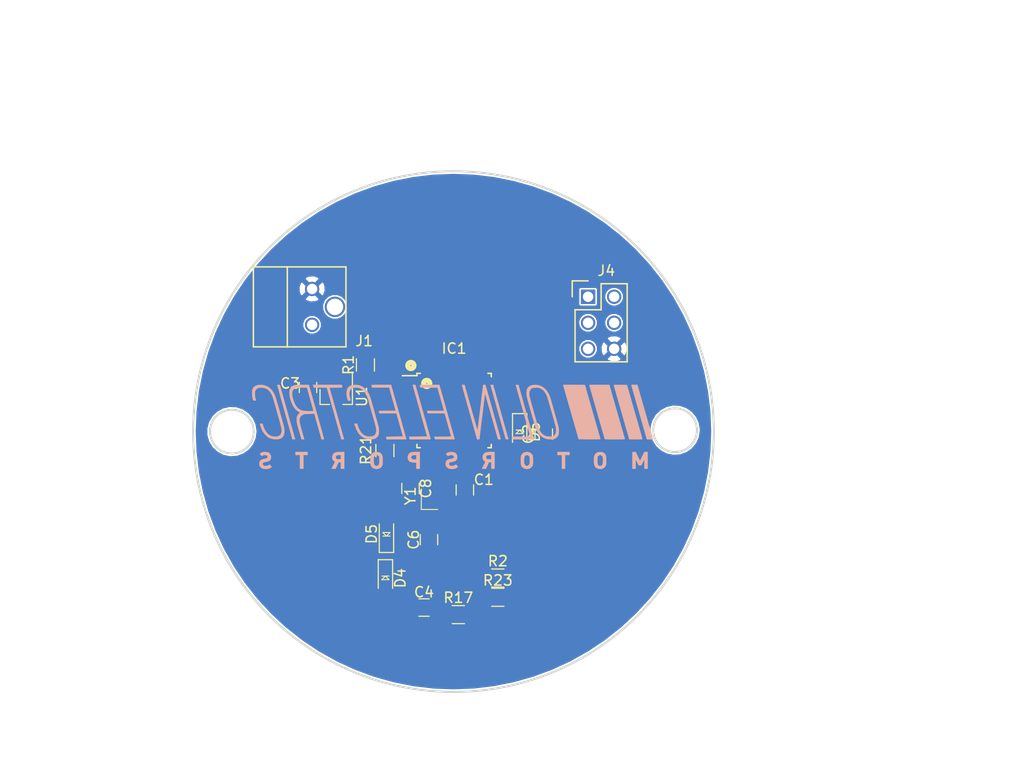
<source format=kicad_pcb>
(kicad_pcb (version 20171130) (host pcbnew 5.0.0-fee4fd1~66~ubuntu16.04.1)

  (general
    (thickness 1.6)
    (drawings 3)
    (tracks 24)
    (zones 0)
    (modules 20)
    (nets 36)
  )

  (page A4)
  (layers
    (0 F.Cu signal)
    (31 B.Cu signal)
    (32 B.Adhes user)
    (33 F.Adhes user)
    (34 B.Paste user)
    (35 F.Paste user)
    (36 B.SilkS user hide)
    (37 F.SilkS user)
    (38 B.Mask user)
    (39 F.Mask user)
    (40 Dwgs.User user)
    (41 Cmts.User user)
    (42 Eco1.User user)
    (43 Eco2.User user)
    (44 Edge.Cuts user)
    (45 Margin user)
    (46 B.CrtYd user)
    (47 F.CrtYd user)
    (48 B.Fab user)
    (49 F.Fab user)
  )

  (setup
    (last_trace_width 0.1524)
    (user_trace_width 0.1524)
    (user_trace_width 0.254)
    (user_trace_width 0.508)
    (user_trace_width 0.762)
    (trace_clearance 0.1524)
    (zone_clearance 0.1524)
    (zone_45_only no)
    (trace_min 0.1524)
    (segment_width 0.2)
    (edge_width 0.15)
    (via_size 0.6096)
    (via_drill 0.3048)
    (via_min_size 0.6096)
    (via_min_drill 0.3048)
    (uvia_size 0.3)
    (uvia_drill 0.1)
    (uvias_allowed no)
    (uvia_min_size 0)
    (uvia_min_drill 0)
    (pcb_text_width 0.3)
    (pcb_text_size 1.5 1.5)
    (mod_edge_width 0.15)
    (mod_text_size 1 1)
    (mod_text_width 0.15)
    (pad_size 3.3 8.2)
    (pad_drill 0)
    (pad_to_mask_clearance 0.2)
    (solder_mask_min_width 0.25)
    (aux_axis_origin 0 0)
    (visible_elements FFFFEF7F)
    (pcbplotparams
      (layerselection 0x010fc_ffffffff)
      (usegerberextensions true)
      (usegerberattributes false)
      (usegerberadvancedattributes false)
      (creategerberjobfile false)
      (excludeedgelayer true)
      (linewidth 0.100000)
      (plotframeref false)
      (viasonmask false)
      (mode 1)
      (useauxorigin false)
      (hpglpennumber 1)
      (hpglpenspeed 20)
      (hpglpendiameter 15.000000)
      (psnegative false)
      (psa4output false)
      (plotreference true)
      (plotvalue true)
      (plotinvisibletext false)
      (padsonsilk false)
      (subtractmaskfromsilk false)
      (outputformat 1)
      (mirror false)
      (drillshape 0)
      (scaleselection 1)
      (outputdirectory "Gerb_new/"))
  )

  (net 0 "")
  (net 1 GND)
  (net 2 VCC)
  (net 3 "Net-(C6-Pad1)")
  (net 4 "Net-(D6-Pad2)")
  (net 5 /MISO)
  (net 6 /MOSI)
  (net 7 /SCK)
  (net 8 "Net-(IC1-Pad21)")
  (net 9 "Net-(IC1-Pad23)")
  (net 10 "Net-(IC1-Pad25)")
  (net 11 "Net-(IC1-Pad29)")
  (net 12 "Net-(IC1-Pad30)")
  (net 13 /RESET)
  (net 14 "Net-(IC1-Pad32)")
  (net 15 "Net-(C2-Pad1)")
  (net 16 "Net-(C8-Pad1)")
  (net 17 "Net-(D4-Pad2)")
  (net 18 "Net-(D5-Pad2)")
  (net 19 /P_LED_1)
  (net 20 /P_LED_2)
  (net 21 "Net-(IC1-Pad13)")
  (net 22 "Net-(IC1-Pad14)")
  (net 23 "Net-(IC1-Pad15)")
  (net 24 /P_LED_3)
  (net 25 "Net-(IC1-Pad18)")
  (net 26 "Net-(IC1-Pad26)")
  (net 27 /battery+)
  (net 28 "Net-(IC1-Pad3)")
  (net 29 "Net-(IC1-Pad6)")
  (net 30 "Net-(IC1-Pad7)")
  (net 31 "Net-(IC1-Pad17)")
  (net 32 "Net-(IC1-Pad22)")
  (net 33 "Net-(IC1-Pad27)")
  (net 34 "Net-(IC1-Pad28)")
  (net 35 "Net-(IC1-Pad24)")

  (net_class Default "This is the default net class."
    (clearance 0.1524)
    (trace_width 0.1524)
    (via_dia 0.6096)
    (via_drill 0.3048)
    (uvia_dia 0.3)
    (uvia_drill 0.1)
    (add_net /MISO)
    (add_net /MOSI)
    (add_net /P_LED_1)
    (add_net /P_LED_2)
    (add_net /P_LED_3)
    (add_net /RESET)
    (add_net /SCK)
    (add_net /battery+)
    (add_net GND)
    (add_net "Net-(C2-Pad1)")
    (add_net "Net-(C6-Pad1)")
    (add_net "Net-(C8-Pad1)")
    (add_net "Net-(D4-Pad2)")
    (add_net "Net-(D5-Pad2)")
    (add_net "Net-(D6-Pad2)")
    (add_net "Net-(IC1-Pad13)")
    (add_net "Net-(IC1-Pad14)")
    (add_net "Net-(IC1-Pad15)")
    (add_net "Net-(IC1-Pad17)")
    (add_net "Net-(IC1-Pad18)")
    (add_net "Net-(IC1-Pad21)")
    (add_net "Net-(IC1-Pad22)")
    (add_net "Net-(IC1-Pad23)")
    (add_net "Net-(IC1-Pad24)")
    (add_net "Net-(IC1-Pad25)")
    (add_net "Net-(IC1-Pad26)")
    (add_net "Net-(IC1-Pad27)")
    (add_net "Net-(IC1-Pad28)")
    (add_net "Net-(IC1-Pad29)")
    (add_net "Net-(IC1-Pad3)")
    (add_net "Net-(IC1-Pad30)")
    (add_net "Net-(IC1-Pad32)")
    (add_net "Net-(IC1-Pad6)")
    (add_net "Net-(IC1-Pad7)")
    (add_net VCC)
  )

  (module footprints:Logo_Large (layer B.Cu) (tedit 0) (tstamp 5B994859)
    (at 86.614 88.9 180)
    (fp_text reference G*** (at 0 0 180) (layer B.SilkS) hide
      (effects (font (size 1.524 1.524) (thickness 0.3)) (justify mirror))
    )
    (fp_text value LOGO (at 0.75 0 180) (layer B.SilkS) hide
      (effects (font (size 1.524 1.524) (thickness 0.3)) (justify mirror))
    )
    (fp_poly (pts (xy 18.846075 4.107132) (xy 19.065319 4.073701) (xy 19.245128 4.00857) (xy 19.386053 3.911374)
      (xy 19.488644 3.781749) (xy 19.547339 3.641645) (xy 19.569425 3.520595) (xy 19.578482 3.365329)
      (xy 19.575075 3.190579) (xy 19.55977 3.011076) (xy 19.533133 2.841552) (xy 19.513326 2.7559)
      (xy 19.466072 2.5781) (xy 19.319402 2.570419) (xy 19.237351 2.567742) (xy 19.195339 2.57278)
      (xy 19.182819 2.588551) (xy 19.186227 2.608519) (xy 19.235407 2.788415) (xy 19.267007 2.940046)
      (xy 19.284069 3.081574) (xy 19.289602 3.2258) (xy 19.288823 3.345147) (xy 19.282719 3.428934)
      (xy 19.268636 3.492332) (xy 19.243922 3.550511) (xy 19.22748 3.581081) (xy 19.147841 3.687822)
      (xy 19.042984 3.762652) (xy 18.905946 3.809072) (xy 18.731219 3.830506) (xy 18.493234 3.820589)
      (xy 18.27688 3.764715) (xy 18.082151 3.662881) (xy 17.909041 3.515082) (xy 17.757545 3.321313)
      (xy 17.627654 3.081571) (xy 17.59221 2.998987) (xy 17.571635 2.940456) (xy 17.539354 2.83847)
      (xy 17.496933 2.698607) (xy 17.44594 2.526447) (xy 17.387942 2.327567) (xy 17.324506 2.107548)
      (xy 17.2572 1.871969) (xy 17.187592 1.626408) (xy 17.117248 1.376445) (xy 17.047736 1.127658)
      (xy 16.980623 0.885628) (xy 16.917477 0.655932) (xy 16.859866 0.444151) (xy 16.809355 0.255862)
      (xy 16.767514 0.096646) (xy 16.735909 -0.027919) (xy 16.716107 -0.112254) (xy 16.711263 -0.136761)
      (xy 16.690752 -0.351416) (xy 16.708412 -0.532897) (xy 16.76444 -0.681776) (xy 16.859038 -0.798628)
      (xy 16.9672 -0.871811) (xy 17.035191 -0.904765) (xy 17.093219 -0.925159) (xy 17.15634 -0.935394)
      (xy 17.239612 -0.937872) (xy 17.358091 -0.934995) (xy 17.36237 -0.93485) (xy 17.48747 -0.92889)
      (xy 17.579013 -0.918554) (xy 17.654235 -0.900127) (xy 17.730374 -0.869893) (xy 17.7855 -0.843639)
      (xy 17.966824 -0.726716) (xy 18.130835 -0.564279) (xy 18.275423 -0.359288) (xy 18.398476 -0.114701)
      (xy 18.491841 0.14605) (xy 18.546947 0.3302) (xy 18.684173 0.3302) (xy 18.759908 0.326336)
      (xy 18.809747 0.316384) (xy 18.8214 0.307091) (xy 18.811856 0.255933) (xy 18.786051 0.169673)
      (xy 18.748229 0.059691) (xy 18.70263 -0.062636) (xy 18.653497 -0.185929) (xy 18.605071 -0.29881)
      (xy 18.561594 -0.3899) (xy 18.561476 -0.390127) (xy 18.467911 -0.542712) (xy 18.348018 -0.696743)
      (xy 18.21261 -0.840996) (xy 18.072502 -0.96425) (xy 17.938507 -1.055282) (xy 17.902553 -1.073948)
      (xy 17.68491 -1.155256) (xy 17.449917 -1.203581) (xy 17.212714 -1.217322) (xy 16.98844 -1.194875)
      (xy 16.9164 -1.178335) (xy 16.742656 -1.110338) (xy 16.60644 -1.008624) (xy 16.505319 -0.870841)
      (xy 16.444757 -0.722333) (xy 16.420344 -0.596727) (xy 16.40997 -0.440211) (xy 16.413891 -0.270767)
      (xy 16.432364 -0.106382) (xy 16.435686 -0.087214) (xy 16.449784 -0.023892) (xy 16.476574 0.082556)
      (xy 16.514461 0.226506) (xy 16.561853 0.402333) (xy 16.617155 0.604413) (xy 16.678773 0.827123)
      (xy 16.745115 1.064837) (xy 16.814585 1.311932) (xy 16.885591 1.562783) (xy 16.956539 1.811766)
      (xy 17.025834 2.053258) (xy 17.091883 2.281633) (xy 17.153093 2.491268) (xy 17.207869 2.676538)
      (xy 17.254618 2.831819) (xy 17.291746 2.951488) (xy 17.31766 3.029919) (xy 17.32356 3.046005)
      (xy 17.45192 3.320441) (xy 17.609516 3.557101) (xy 17.793792 3.754203) (xy 18.002187 3.909964)
      (xy 18.232145 4.0226) (xy 18.481106 4.090329) (xy 18.746513 4.111367) (xy 18.846075 4.107132)) (layer B.SilkS) (width 0.01))
    (fp_poly (pts (xy 17.110144 4.100777) (xy 17.1196 4.081557) (xy 17.112847 4.05268) (xy 17.093191 3.978163)
      (xy 17.061533 3.861253) (xy 17.018775 3.705199) (xy 16.965818 3.513248) (xy 16.903564 3.288649)
      (xy 16.832916 3.034648) (xy 16.754774 2.754495) (xy 16.670041 2.451437) (xy 16.579619 2.128721)
      (xy 16.484408 1.789596) (xy 16.394622 1.47038) (xy 16.295615 1.118626) (xy 16.200329 0.779986)
      (xy 16.109688 0.457745) (xy 16.024615 0.155185) (xy 15.946031 -0.124408) (xy 15.874859 -0.37775)
      (xy 15.812021 -0.601557) (xy 15.758441 -0.792544) (xy 15.715039 -0.947427) (xy 15.68274 -1.062922)
      (xy 15.662464 -1.135745) (xy 15.655269 -1.16205) (xy 15.641032 -1.195216) (xy 15.610785 -1.212381)
      (xy 15.55088 -1.218605) (xy 15.501192 -1.2192) (xy 15.421761 -1.21776) (xy 15.38213 -1.210079)
      (xy 15.37131 -1.191117) (xy 15.376645 -1.16205) (xy 15.385469 -1.130261) (xy 15.407148 -1.052841)
      (xy 15.440765 -0.933055) (xy 15.4854 -0.774168) (xy 15.540135 -0.579446) (xy 15.604052 -0.352153)
      (xy 15.676233 -0.095556) (xy 15.755758 0.187081) (xy 15.841711 0.492492) (xy 15.933171 0.817411)
      (xy 16.029221 1.158574) (xy 16.124968 1.4986) (xy 16.858138 4.1021) (xy 16.988869 4.109778)
      (xy 17.069779 4.110929) (xy 17.110144 4.100777)) (layer B.SilkS) (width 0.01))
    (fp_poly (pts (xy 14.518746 4.110906) (xy 14.698404 4.108869) (xy 14.70025 4.108843) (xy 14.91298 4.105361)
      (xy 15.081461 4.101347) (xy 15.21224 4.096358) (xy 15.311866 4.08995) (xy 15.386891 4.081678)
      (xy 15.443861 4.071099) (xy 15.489328 4.05777) (xy 15.497388 4.054821) (xy 15.654421 3.970656)
      (xy 15.784095 3.850669) (xy 15.876141 3.70438) (xy 15.876687 3.703155) (xy 15.917285 3.56593)
      (xy 15.936065 3.393631) (xy 15.933143 3.197007) (xy 15.90864 2.986803) (xy 15.866549 2.788394)
      (xy 15.75969 2.444305) (xy 15.630653 2.145897) (xy 15.479417 1.893139) (xy 15.305964 1.685998)
      (xy 15.110273 1.524442) (xy 15.0368 1.47882) (xy 14.9711 1.441135) (xy 14.926772 1.415599)
      (xy 14.916101 1.409365) (xy 14.92861 1.390569) (xy 14.967577 1.345723) (xy 15.014905 1.29478)
      (xy 15.105273 1.188908) (xy 15.166691 1.085925) (xy 15.203839 0.972227) (xy 15.221398 0.834207)
      (xy 15.224402 0.6858) (xy 15.223146 0.609288) (xy 15.219914 0.540653) (xy 15.213236 0.473027)
      (xy 15.201642 0.399544) (xy 15.183664 0.313337) (xy 15.157832 0.20754) (xy 15.122679 0.075286)
      (xy 15.076733 -0.090293) (xy 15.018527 -0.296062) (xy 15.0016 -0.3556) (xy 14.947094 -0.547109)
      (xy 14.896636 -0.724198) (xy 14.852013 -0.880603) (xy 14.815013 -1.010064) (xy 14.787427 -1.106319)
      (xy 14.771042 -1.163106) (xy 14.767606 -1.17475) (xy 14.748204 -1.201652) (xy 14.703186 -1.215278)
      (xy 14.620389 -1.219194) (xy 14.615988 -1.2192) (xy 14.539997 -1.217237) (xy 14.489879 -1.212182)
      (xy 14.478 -1.20741) (xy 14.48463 -1.180967) (xy 14.503419 -1.111599) (xy 14.532714 -1.005266)
      (xy 14.570863 -0.867929) (xy 14.616211 -0.705548) (xy 14.667106 -0.524086) (xy 14.694062 -0.42826)
      (xy 14.748902 -0.23144) (xy 14.800205 -0.04343) (xy 14.846021 0.12832) (xy 14.884397 0.276357)
      (xy 14.913383 0.393231) (xy 14.931028 0.471491) (xy 14.934296 0.489201) (xy 14.945442 0.684235)
      (xy 14.912783 0.855147) (xy 14.836995 1.000456) (xy 14.718754 1.118683) (xy 14.618527 1.180782)
      (xy 14.56535 1.207341) (xy 14.518733 1.227046) (xy 14.469859 1.24108) (xy 14.409913 1.250623)
      (xy 14.33008 1.256857) (xy 14.221545 1.260962) (xy 14.075491 1.264119) (xy 13.984511 1.265732)
      (xy 13.5001 1.274163) (xy 13.196894 0.186232) (xy 13.131988 -0.046415) (xy 13.069681 -0.269286)
      (xy 13.011637 -0.476465) (xy 12.959518 -0.662036) (xy 12.914987 -0.820083) (xy 12.879708 -0.944689)
      (xy 12.855344 -1.02994) (xy 12.846444 -1.06045) (xy 12.799199 -1.2192) (xy 12.673399 -1.2192)
      (xy 12.59335 -1.21486) (xy 12.554712 -1.200109) (xy 12.5476 -1.181994) (xy 12.554351 -1.152973)
      (xy 12.57401 -1.078285) (xy 12.605682 -0.961154) (xy 12.648473 -0.804801) (xy 12.701488 -0.612451)
      (xy 12.763833 -0.387326) (xy 12.834615 -0.132648) (xy 12.912938 0.148359) (xy 12.997909 0.452473)
      (xy 13.088634 0.776471) (xy 13.184218 1.11713) (xy 13.283767 1.471227) (xy 13.2842 1.472764)
      (xy 13.30918 1.561568) (xy 13.589 1.561568) (xy 13.613027 1.557581) (xy 13.679618 1.554142)
      (xy 13.780539 1.551483) (xy 13.907555 1.549835) (xy 14.022135 1.5494) (xy 14.236944 1.551939)
      (xy 14.40836 1.55987) (xy 14.543556 1.573667) (xy 14.632874 1.589795) (xy 14.835629 1.658209)
      (xy 15.016404 1.767013) (xy 15.176355 1.917656) (xy 15.316637 2.111589) (xy 15.438406 2.350261)
      (xy 15.542817 2.635124) (xy 15.586594 2.786768) (xy 15.640172 3.037604) (xy 15.657289 3.253174)
      (xy 15.637926 3.433607) (xy 15.582065 3.579028) (xy 15.489688 3.689566) (xy 15.449048 3.719825)
      (xy 15.381999 3.758224) (xy 15.307743 3.787318) (xy 15.218338 3.808288) (xy 15.105837 3.822318)
      (xy 14.962298 3.83059) (xy 14.779775 3.834285) (xy 14.676561 3.83478) (xy 14.514398 3.83459)
      (xy 14.395949 3.833059) (xy 14.314133 3.829515) (xy 14.26187 3.823288) (xy 14.232079 3.813708)
      (xy 14.217678 3.800103) (xy 14.21384 3.79095) (xy 14.200926 3.746738) (xy 14.176746 3.662079)
      (xy 14.142966 3.542921) (xy 14.101254 3.395214) (xy 14.053278 3.224909) (xy 14.000704 3.037954)
      (xy 13.945202 2.8403) (xy 13.888438 2.637896) (xy 13.832079 2.436691) (xy 13.777794 2.242635)
      (xy 13.727249 2.061678) (xy 13.682113 1.899769) (xy 13.644053 1.762858) (xy 13.614736 1.656895)
      (xy 13.595829 1.587828) (xy 13.589001 1.561609) (xy 13.589 1.561568) (xy 13.30918 1.561568)
      (xy 13.383674 1.826383) (xy 13.479196 2.166201) (xy 13.569873 2.489031) (xy 13.654813 2.791687)
      (xy 13.733125 3.070984) (xy 13.803916 3.323735) (xy 13.866295 3.546755) (xy 13.91937 3.736857)
      (xy 13.96225 3.890855) (xy 13.994042 4.005564) (xy 14.013856 4.077796) (xy 14.020798 4.104367)
      (xy 14.0208 4.104402) (xy 14.045099 4.107784) (xy 14.113617 4.110169) (xy 14.21978 4.111513)
      (xy 14.357014 4.111773) (xy 14.518746 4.110906)) (layer B.SilkS) (width 0.01))
    (fp_poly (pts (xy 12.493298 4.114659) (xy 12.739662 4.114252) (xy 12.965605 4.113606) (xy 13.166561 4.112746)
      (xy 13.337962 4.1117) (xy 13.475244 4.110493) (xy 13.57384 4.109152) (xy 13.629183 4.107703)
      (xy 13.6398 4.106711) (xy 13.633185 4.079941) (xy 13.616175 4.019725) (xy 13.600844 3.967445)
      (xy 13.561889 3.836269) (xy 12.923653 3.829485) (xy 12.285417 3.8227) (xy 11.595343 1.3716)
      (xy 11.498682 1.028193) (xy 11.405701 0.697713) (xy 11.317352 0.383554) (xy 11.234589 0.089112)
      (xy 11.158363 -0.182221) (xy 11.089628 -0.42705) (xy 11.029337 -0.641979) (xy 10.978441 -0.823616)
      (xy 10.937895 -0.968565) (xy 10.908649 -1.073433) (xy 10.891658 -1.134825) (xy 10.88775 -1.14935)
      (xy 10.873781 -1.189554) (xy 10.848504 -1.210379) (xy 10.797741 -1.218144) (xy 10.731016 -1.2192)
      (xy 10.654707 -1.218152) (xy 10.604279 -1.215451) (xy 10.592124 -1.21285) (xy 10.598905 -1.188051)
      (xy 10.61855 -1.117595) (xy 10.65015 -1.004718) (xy 10.692794 -0.852659) (xy 10.745572 -0.664656)
      (xy 10.807575 -0.443948) (xy 10.877892 -0.193774) (xy 10.955615 0.082629) (xy 11.039831 0.382023)
      (xy 11.129633 0.701168) (xy 11.224109 1.036827) (xy 11.300483 1.3081) (xy 12.008517 3.8227)
      (xy 11.37381 3.829492) (xy 11.175123 3.831995) (xy 11.021923 3.834974) (xy 10.908894 3.838793)
      (xy 10.830723 3.843822) (xy 10.782096 3.850426) (xy 10.7577 3.858971) (xy 10.75222 3.869826)
      (xy 10.752945 3.872353) (xy 10.768098 3.918892) (xy 10.788701 3.990124) (xy 10.794572 4.011612)
      (xy 10.822358 4.1148) (xy 12.231079 4.1148) (xy 12.493298 4.114659)) (layer B.SilkS) (width 0.01))
    (fp_poly (pts (xy 9.644024 4.100819) (xy 9.737924 4.097534) (xy 9.808037 4.088863) (xy 9.867868 4.072481)
      (xy 9.93092 4.046065) (xy 9.985515 4.019716) (xy 10.135256 3.921433) (xy 10.24756 3.792021)
      (xy 10.322582 3.630762) (xy 10.360479 3.43694) (xy 10.361405 3.209836) (xy 10.325518 2.948733)
      (xy 10.269467 2.71145) (xy 10.229505 2.5654) (xy 10.093152 2.5654) (xy 10.017679 2.567894)
      (xy 9.968163 2.574313) (xy 9.9568 2.580219) (xy 9.962586 2.610217) (xy 9.977934 2.676503)
      (xy 9.999822 2.766147) (xy 10.00573 2.789769) (xy 10.055047 3.021054) (xy 10.076172 3.21497)
      (xy 10.068607 3.376731) (xy 10.031857 3.511554) (xy 9.965424 3.624655) (xy 9.921532 3.674079)
      (xy 9.830804 3.749914) (xy 9.73104 3.799481) (xy 9.611031 3.8259) (xy 9.459566 3.83229)
      (xy 9.365565 3.828783) (xy 9.23724 3.818055) (xy 9.138332 3.79931) (xy 9.047543 3.767489)
      (xy 8.984565 3.73827) (xy 8.802748 3.621126) (xy 8.637967 3.459342) (xy 8.493726 3.257246)
      (xy 8.373528 3.019163) (xy 8.345759 2.949554) (xy 8.326745 2.892864) (xy 8.295856 2.792891)
      (xy 8.254703 2.65533) (xy 8.204897 2.485876) (xy 8.14805 2.290223) (xy 8.085774 2.074065)
      (xy 8.01968 1.843097) (xy 7.951378 1.603014) (xy 7.882482 1.35951) (xy 7.814602 1.118279)
      (xy 7.74935 0.885016) (xy 7.688337 0.665415) (xy 7.633174 0.465171) (xy 7.585474 0.289979)
      (xy 7.546848 0.145533) (xy 7.518906 0.037527) (xy 7.503885 -0.0254) (xy 7.484208 -0.142659)
      (xy 7.471222 -0.268826) (xy 7.468182 -0.3429) (xy 7.483762 -0.530349) (xy 7.532415 -0.68054)
      (xy 7.615791 -0.795024) (xy 7.735541 -0.875353) (xy 7.893315 -0.923078) (xy 8.090765 -0.939752)
      (xy 8.103148 -0.9398) (xy 8.333009 -0.917751) (xy 8.540841 -0.851299) (xy 8.727149 -0.739982)
      (xy 8.89244 -0.583341) (xy 9.037221 -0.380915) (xy 9.161996 -0.132243) (xy 9.248171 0.1016)
      (xy 9.317492 0.3175) (xy 9.459346 0.325118) (xy 9.536459 0.32737) (xy 9.587978 0.325257)
      (xy 9.6012 0.321059) (xy 9.593824 0.293447) (xy 9.573969 0.228571) (xy 9.545047 0.137417)
      (xy 9.523933 0.072141) (xy 9.401143 -0.246775) (xy 9.255241 -0.520459) (xy 9.086231 -0.748909)
      (xy 8.894114 -0.932121) (xy 8.678893 -1.070095) (xy 8.440571 -1.162827) (xy 8.17915 -1.210316)
      (xy 8.0137 -1.21711) (xy 7.898353 -1.212368) (xy 7.78595 -1.201152) (xy 7.69957 -1.185813)
      (xy 7.694944 -1.184605) (xy 7.518029 -1.114037) (xy 7.37693 -1.007479) (xy 7.271787 -0.865059)
      (xy 7.225233 -0.760255) (xy 7.20114 -0.654832) (xy 7.188241 -0.514975) (xy 7.186586 -0.355809)
      (xy 7.196222 -0.192462) (xy 7.217199 -0.040061) (xy 7.22283 -0.011892) (xy 7.236718 0.045316)
      (xy 7.262954 0.145589) (xy 7.299921 0.28315) (xy 7.345997 0.452221) (xy 7.399563 0.647026)
      (xy 7.459001 0.861787) (xy 7.52269 1.090726) (xy 7.589011 1.328068) (xy 7.656344 1.568034)
      (xy 7.72307 1.804848) (xy 7.78757 2.032732) (xy 7.848224 2.245909) (xy 7.903413 2.438603)
      (xy 7.951516 2.605036) (xy 7.990915 2.739431) (xy 8.01999 2.83601) (xy 8.030761 2.8702)
      (xy 8.148023 3.16854) (xy 8.293328 3.430022) (xy 8.464813 3.652464) (xy 8.660618 3.833685)
      (xy 8.878879 3.971504) (xy 9.024213 4.034037) (xy 9.113632 4.063679) (xy 9.195048 4.083091)
      (xy 9.283899 4.094389) (xy 9.395623 4.099691) (xy 9.512834 4.101041) (xy 9.644024 4.100819)) (layer B.SilkS) (width 0.01))
    (fp_poly (pts (xy 7.243725 4.114191) (xy 7.473485 4.112341) (xy 7.654801 4.109218) (xy 7.788841 4.104789)
      (xy 7.876776 4.099021) (xy 7.919776 4.091882) (xy 7.9248 4.087948) (xy 7.918971 4.048557)
      (xy 7.904278 3.980657) (xy 7.896384 3.948248) (xy 7.867969 3.835401) (xy 7.033268 3.8354)
      (xy 6.198567 3.8354) (xy 6.181095 3.76555) (xy 6.17064 3.726794) (xy 6.1479 3.644583)
      (xy 6.114397 3.52435) (xy 6.071652 3.37153) (xy 6.021185 3.191554) (xy 5.964518 2.989857)
      (xy 5.903172 2.771872) (xy 5.866464 2.6416) (xy 5.569305 1.5875) (xy 6.391452 1.580803)
      (xy 6.639939 1.578171) (xy 6.840201 1.574657) (xy 6.994809 1.57015) (xy 7.106333 1.564542)
      (xy 7.177342 1.557721) (xy 7.210407 1.549579) (xy 7.2136 1.54565) (xy 7.20674 1.504543)
      (xy 7.18971 1.437965) (xy 7.184179 1.418997) (xy 7.154758 1.3208) (xy 5.494342 1.3208)
      (xy 5.346162 0.79375) (xy 5.292588 0.603224) (xy 5.23012 0.38111) (xy 5.163626 0.144717)
      (xy 5.097976 -0.088643) (xy 5.038039 -0.301658) (xy 5.030007 -0.3302) (xy 4.862032 -0.9271)
      (xy 5.682216 -0.933797) (xy 5.944649 -0.936747) (xy 6.15645 -0.940901) (xy 6.317771 -0.946266)
      (xy 6.428766 -0.952848) (xy 6.489588 -0.960654) (xy 6.5024 -0.966999) (xy 6.496575 -1.006161)
      (xy 6.48189 -1.073906) (xy 6.473984 -1.106352) (xy 6.445569 -1.2192) (xy 5.483384 -1.2192)
      (xy 5.225539 -1.218845) (xy 5.01466 -1.2177) (xy 4.846918 -1.215637) (xy 4.718484 -1.212532)
      (xy 4.625528 -1.20826) (xy 4.564221 -1.202696) (xy 4.530734 -1.195714) (xy 4.5212 -1.187748)
      (xy 4.527946 -1.159529) (xy 4.547592 -1.085619) (xy 4.579246 -0.969221) (xy 4.62202 -0.813538)
      (xy 4.675023 -0.621772) (xy 4.737363 -0.397126) (xy 4.808153 -0.142803) (xy 4.8865 0.137997)
      (xy 4.971516 0.442069) (xy 5.062309 0.766211) (xy 5.157989 1.107221) (xy 5.257667 1.461897)
      (xy 5.262549 1.479252) (xy 6.003898 4.1148) (xy 6.964349 4.1148) (xy 7.243725 4.114191)) (layer B.SilkS) (width 0.01))
    (fp_poly (pts (xy 3.849403 4.111635) (xy 3.899152 4.103478) (xy 3.910735 4.09575) (xy 3.903868 4.069174)
      (xy 3.884118 3.996974) (xy 3.8524 3.882421) (xy 3.80963 3.72878) (xy 3.756723 3.539321)
      (xy 3.694594 3.317311) (xy 3.624158 3.066019) (xy 3.54633 2.788711) (xy 3.462025 2.488656)
      (xy 3.372158 2.169123) (xy 3.277646 1.833378) (xy 3.204799 1.5748) (xy 2.499726 -0.9271)
      (xy 4.271092 -0.940454) (xy 4.25321 -1.022677) (xy 4.233581 -1.099909) (xy 4.213792 -1.16205)
      (xy 4.192257 -1.2192) (xy 3.161217 -1.2192) (xy 2.905149 -1.219094) (xy 2.695375 -1.218645)
      (xy 2.52739 -1.217656) (xy 2.396689 -1.215931) (xy 2.298765 -1.213272) (xy 2.229112 -1.209483)
      (xy 2.183227 -1.204366) (xy 2.156602 -1.197724) (xy 2.144732 -1.189362) (xy 2.143113 -1.179081)
      (xy 2.14421 -1.17475) (xy 2.152875 -1.144682) (xy 2.174367 -1.068971) (xy 2.207768 -0.950879)
      (xy 2.252158 -0.793669) (xy 2.306618 -0.600602) (xy 2.370228 -0.374939) (xy 2.44207 -0.119944)
      (xy 2.521224 0.161123) (xy 2.606771 0.464998) (xy 2.697792 0.788422) (xy 2.793367 1.12813)
      (xy 2.883279 1.4478) (xy 2.982187 1.799464) (xy 3.077369 2.137803) (xy 3.167906 2.459555)
      (xy 3.252877 2.761459) (xy 3.331366 3.040252) (xy 3.402453 3.292672) (xy 3.46522 3.515458)
      (xy 3.518746 3.705349) (xy 3.562115 3.859081) (xy 3.594407 3.973393) (xy 3.614703 4.045024)
      (xy 3.621969 4.07035) (xy 3.641392 4.097254) (xy 3.686434 4.110881) (xy 3.769259 4.114795)
      (xy 3.773611 4.1148) (xy 3.849403 4.111635)) (layer B.SilkS) (width 0.01))
    (fp_poly (pts (xy 2.47811 4.114316) (xy 2.676824 4.112937) (xy 2.853191 4.110771) (xy 3.001694 4.107929)
      (xy 3.116811 4.104518) (xy 3.193026 4.100649) (xy 3.224817 4.096431) (xy 3.225414 4.09575)
      (xy 3.218444 4.061864) (xy 3.20124 3.997928) (xy 3.190875 3.9624) (xy 3.156721 3.8481)
      (xy 2.323601 3.8354) (xy 1.49048 3.8227) (xy 1.178007 2.7178) (xy 1.113641 2.489869)
      (xy 1.053704 2.276972) (xy 0.999583 2.084085) (xy 0.952666 1.916188) (xy 0.914343 1.778257)
      (xy 0.886 1.675271) (xy 0.869026 1.612206) (xy 0.864566 1.59385) (xy 0.888733 1.58926)
      (xy 0.957745 1.585068) (xy 1.065649 1.58141) (xy 1.20649 1.578426) (xy 1.374316 1.576252)
      (xy 1.563172 1.575025) (xy 1.689583 1.5748) (xy 2.515567 1.5748) (xy 2.498664 1.50495)
      (xy 2.477749 1.429584) (xy 2.460709 1.37795) (xy 2.439657 1.3208) (xy 0.789551 1.3208)
      (xy 0.739022 1.14935) (xy 0.720512 1.08534) (xy 0.690238 0.979186) (xy 0.650115 0.837669)
      (xy 0.602059 0.667569) (xy 0.547985 0.475666) (xy 0.489809 0.268741) (xy 0.432229 0.0635)
      (xy 0.373828 -0.144789) (xy 0.319383 -0.338784) (xy 0.2705 -0.512777) (xy 0.228785 -0.66106)
      (xy 0.195844 -0.777924) (xy 0.173282 -0.857661) (xy 0.162707 -0.894562) (xy 0.16247 -0.89535)
      (xy 0.161409 -0.907544) (xy 0.169768 -0.917286) (xy 0.19256 -0.924849) (xy 0.234795 -0.930507)
      (xy 0.301483 -0.934532) (xy 0.397635 -0.9372) (xy 0.528262 -0.938783) (xy 0.698375 -0.939556)
      (xy 0.912984 -0.939792) (xy 0.976188 -0.9398) (xy 1.175374 -0.940362) (xy 1.357293 -0.941956)
      (xy 1.515991 -0.944446) (xy 1.645513 -0.947694) (xy 1.739904 -0.951563) (xy 1.793208 -0.955916)
      (xy 1.803014 -0.95885) (xy 1.796043 -0.992735) (xy 1.778835 -1.05667) (xy 1.768466 -1.0922)
      (xy 1.734304 -1.2065) (xy 0.763744 -1.213153) (xy 0.516076 -1.214742) (xy 0.314561 -1.215652)
      (xy 0.154553 -1.215699) (xy 0.031407 -1.214698) (xy -0.059523 -1.212462) (xy -0.12288 -1.208809)
      (xy -0.163312 -1.203552) (xy -0.185462 -1.196507) (xy -0.193977 -1.187488) (xy -0.1935 -1.176311)
      (xy -0.193133 -1.175053) (xy -0.184511 -1.144898) (xy -0.163085 -1.069122) (xy -0.129779 -0.951014)
      (xy -0.085517 -0.793861) (xy -0.031225 -0.600953) (xy 0.032172 -0.375577) (xy 0.103751 -0.121022)
      (xy 0.182585 0.159423) (xy 0.267749 0.46247) (xy 0.35832 0.784831) (xy 0.453373 1.123218)
      (xy 0.533829 1.4097) (xy 0.63214 1.759689) (xy 0.726937 2.096976) (xy 0.817276 2.41821)
      (xy 0.902211 2.720037) (xy 0.980795 2.999103) (xy 1.052085 3.252054) (xy 1.115134 3.475539)
      (xy 1.168997 3.666202) (xy 1.212728 3.820691) (xy 1.245383 3.935653) (xy 1.266015 4.007733)
      (xy 1.273223 4.03225) (xy 1.299339 4.1148) (xy 2.262569 4.1148) (xy 2.47811 4.114316)) (layer B.SilkS) (width 0.01))
    (fp_poly (pts (xy -1.019828 4.114267) (xy -0.951063 4.110378) (xy -0.901923 4.103173) (xy -0.888499 4.09575)
      (xy -0.895161 4.069227) (xy -0.914693 3.996977) (xy -0.946212 3.882178) (xy -0.988831 3.728004)
      (xy -1.041667 3.537632) (xy -1.103834 3.314239) (xy -1.174447 3.061) (xy -1.252622 2.781092)
      (xy -1.337474 2.477689) (xy -1.428117 2.15397) (xy -1.523667 1.813109) (xy -1.62324 1.458282)
      (xy -1.631449 1.429046) (xy -2.3749 -1.218608) (xy -2.49555 -1.218904) (xy -2.575666 -1.213823)
      (xy -2.612257 -1.19687) (xy -2.6162 -1.184204) (xy -2.619227 -1.154254) (xy -2.628007 -1.077595)
      (xy -2.642093 -0.957938) (xy -2.661038 -0.798994) (xy -2.684395 -0.604474) (xy -2.711714 -0.37809)
      (xy -2.74255 -0.123552) (xy -2.776454 0.155428) (xy -2.812978 0.45514) (xy -2.851675 0.771872)
      (xy -2.8829 1.026892) (xy -2.922983 1.354148) (xy -2.961271 1.667171) (xy -2.997317 1.96226)
      (xy -3.03067 2.235714) (xy -3.060879 2.483833) (xy -3.087496 2.702914) (xy -3.110071 2.889258)
      (xy -3.128154 3.039162) (xy -3.141295 3.148927) (xy -3.149044 3.214851) (xy -3.151056 3.233447)
      (xy -3.157979 3.21407) (xy -3.177675 3.149148) (xy -3.209181 3.042043) (xy -3.251533 2.896117)
      (xy -3.303769 2.714734) (xy -3.364926 2.501255) (xy -3.434041 2.259043) (xy -3.51015 1.99146)
      (xy -3.592292 1.701869) (xy -3.679501 1.393632) (xy -3.770817 1.070112) (xy -3.78249 1.0287)
      (xy -4.412469 -1.2065) (xy -4.557869 -1.214181) (xy -4.639429 -1.216859) (xy -4.68095 -1.211752)
      (xy -4.69297 -1.195807) (xy -4.68933 -1.176081) (xy -4.680673 -1.145783) (xy -4.659209 -1.069866)
      (xy -4.625865 -0.95162) (xy -4.581566 -0.794335) (xy -4.527237 -0.601303) (xy -4.463803 -0.375811)
      (xy -4.392191 -0.121152) (xy -4.313324 0.159386) (xy -4.22813 0.462511) (xy -4.137533 0.784935)
      (xy -4.042459 1.123366) (xy -3.962035 1.4097) (xy -3.863704 1.759719) (xy -3.76888 2.09706)
      (xy -3.678508 2.418366) (xy -3.593536 2.720282) (xy -3.514909 2.999453) (xy -3.443574 3.252523)
      (xy -3.380476 3.476137) (xy -3.326563 3.666938) (xy -3.282779 3.821572) (xy -3.250073 3.936683)
      (xy -3.229389 4.008914) (xy -3.222142 4.033544) (xy -3.2026 4.08453) (xy -3.175688 4.107775)
      (xy -3.124579 4.112203) (xy -3.078433 4.109744) (xy -2.96126 4.1021) (xy -2.694434 1.886051)
      (xy -2.654624 1.557369) (xy -2.616226 1.244116) (xy -2.579701 0.949825) (xy -2.545506 0.678031)
      (xy -2.514103 0.432269) (xy -2.485952 0.216074) (xy -2.461511 0.03298) (xy -2.441242 -0.113478)
      (xy -2.425602 -0.219766) (xy -2.415054 -0.282349) (xy -2.410272 -0.298349) (xy -2.401514 -0.270782)
      (xy -2.380257 -0.198613) (xy -2.3477 -0.086087) (xy -2.305041 0.062551) (xy -2.253476 0.243056)
      (xy -2.194206 0.451183) (xy -2.128427 0.682687) (xy -2.057337 0.933322) (xy -1.982135 1.198844)
      (xy -1.904019 1.475007) (xy -1.824186 1.757567) (xy -1.743835 2.042279) (xy -1.664164 2.324896)
      (xy -1.58637 2.601175) (xy -1.511653 2.86687) (xy -1.441209 3.117736) (xy -1.376237 3.349528)
      (xy -1.317935 3.558) (xy -1.2675 3.738909) (xy -1.226132 3.888008) (xy -1.195028 4.001053)
      (xy -1.175385 4.073798) (xy -1.168403 4.101999) (xy -1.1684 4.102073) (xy -1.146043 4.110511)
      (xy -1.09067 4.114443) (xy -1.019828 4.114267)) (layer B.SilkS) (width 0.01))
    (fp_poly (pts (xy -3.736332 4.113564) (xy -3.697907 4.105732) (xy -3.68783 4.084615) (xy -3.694593 4.044951)
      (xy -3.703493 4.011388) (xy -3.725253 3.932225) (xy -3.758951 3.810757) (xy -3.803663 3.650279)
      (xy -3.858467 3.454084) (xy -3.922441 3.225469) (xy -3.994662 2.967727) (xy -4.074208 2.684154)
      (xy -4.160155 2.378044) (xy -4.251582 2.052691) (xy -4.347566 1.711391) (xy -4.439621 1.3843)
      (xy -5.169019 -1.2065) (xy -5.30231 -1.214177) (xy -5.376842 -1.214968) (xy -5.425529 -1.208776)
      (xy -5.436292 -1.201477) (xy -5.429653 -1.174773) (xy -5.41014 -1.102346) (xy -5.378635 -0.987374)
      (xy -5.336025 -0.833036) (xy -5.283195 -0.642508) (xy -5.221029 -0.41897) (xy -5.150411 -0.165598)
      (xy -5.072228 0.114428) (xy -4.987364 0.417932) (xy -4.896704 0.741735) (xy -4.801132 1.082658)
      (xy -4.701534 1.437525) (xy -4.693342 1.466696) (xy -3.9497 4.114491) (xy -3.814332 4.114646)
      (xy -3.736332 4.113564)) (layer B.SilkS) (width 0.01))
    (fp_poly (pts (xy -6.158623 4.04495) (xy -6.167823 4.01109) (xy -6.189833 3.93174) (xy -6.223698 3.810309)
      (xy -6.268461 3.650208) (xy -6.323167 3.454846) (xy -6.386859 3.227632) (xy -6.458582 2.971977)
      (xy -6.53738 2.691288) (xy -6.622296 2.388977) (xy -6.712375 2.068452) (xy -6.80666 1.733123)
      (xy -6.859877 1.543928) (xy -6.9557 1.203041) (xy -7.047533 0.875846) (xy -7.134449 0.565671)
      (xy -7.215521 0.275846) (xy -7.289823 0.0097) (xy -7.356428 -0.229437) (xy -7.414409 -0.438235)
      (xy -7.46284 -0.613366) (xy -7.500795 -0.751499) (xy -7.527346 -0.849305) (xy -7.541567 -0.903456)
      (xy -7.5438 -0.913522) (xy -7.519045 -0.921657) (xy -7.444627 -0.92828) (xy -7.320321 -0.933399)
      (xy -7.145901 -0.93702) (xy -6.92114 -0.93915) (xy -6.664747 -0.9398) (xy -5.785693 -0.9398)
      (xy -5.802375 -1.006263) (xy -5.820576 -1.084208) (xy -5.833703 -1.145963) (xy -5.84835 -1.2192)
      (xy -7.920886 -1.2192) (xy -7.872861 -1.04775) (xy -7.859328 -0.999552) (xy -7.833032 -0.906008)
      (xy -7.79497 -0.770668) (xy -7.746144 -0.597087) (xy -7.687553 -0.388815) (xy -7.620195 -0.149406)
      (xy -7.545072 0.117588) (xy -7.463181 0.408614) (xy -7.375523 0.72012) (xy -7.283097 1.048553)
      (xy -7.186903 1.390361) (xy -7.125518 1.608474) (xy -7.028646 1.95278) (xy -6.935749 2.283157)
      (xy -6.847743 2.596338) (xy -6.765544 2.889059) (xy -6.690067 3.158053) (xy -6.622226 3.400056)
      (xy -6.562936 3.6118) (xy -6.513114 3.790022) (xy -6.473673 3.931455) (xy -6.445529 4.032834)
      (xy -6.429597 4.090893) (xy -6.4262 4.104024) (xy -6.403197 4.109878) (xy -6.343756 4.113791)
      (xy -6.283747 4.1148) (xy -6.141293 4.1148) (xy -6.158623 4.04495)) (layer B.SilkS) (width 0.01))
    (fp_poly (pts (xy -7.904357 4.108189) (xy -7.705383 4.071035) (xy -7.532953 4.00104) (xy -7.391768 3.89981)
      (xy -7.286526 3.768953) (xy -7.250672 3.697323) (xy -7.216979 3.578323) (xy -7.197529 3.426128)
      (xy -7.193221 3.256558) (xy -7.204953 3.085434) (xy -7.212755 3.029716) (xy -7.226981 2.960811)
      (xy -7.253925 2.849172) (xy -7.292015 2.700351) (xy -7.339683 2.519899) (xy -7.39536 2.313367)
      (xy -7.457476 2.086306) (xy -7.524461 1.844267) (xy -7.594748 1.592802) (xy -7.666765 1.33746)
      (xy -7.738944 1.083794) (xy -7.809716 0.837354) (xy -7.87751 0.603692) (xy -7.940759 0.388359)
      (xy -7.997892 0.196905) (xy -8.04734 0.034882) (xy -8.087534 -0.092159) (xy -8.116905 -0.178667)
      (xy -8.127608 -0.20633) (xy -8.262729 -0.471578) (xy -8.425861 -0.701016) (xy -8.613901 -0.891752)
      (xy -8.82375 -1.040894) (xy -9.052306 -1.145551) (xy -9.171764 -1.180089) (xy -9.316098 -1.203895)
      (xy -9.480435 -1.214956) (xy -9.645322 -1.213145) (xy -9.791304 -1.198332) (xy -9.856456 -1.184605)
      (xy -10.033281 -1.113968) (xy -10.174555 -1.007432) (xy -10.279306 -0.865872) (xy -10.324602 -0.763412)
      (xy -10.345354 -0.671071) (xy -10.358166 -0.544166) (xy -10.362803 -0.398344) (xy -10.360083 -0.290917)
      (xy -10.082577 -0.290917) (xy -10.078632 -0.441366) (xy -10.060457 -0.570232) (xy -10.035793 -0.6477)
      (xy -9.968946 -0.761471) (xy -9.884263 -0.843705) (xy -9.774686 -0.897616) (xy -9.633159 -0.926415)
      (xy -9.452627 -0.933316) (xy -9.4107 -0.932335) (xy -9.282751 -0.926254) (xy -9.188559 -0.915262)
      (xy -9.111104 -0.89597) (xy -9.033369 -0.864987) (xy -9.0043 -0.851404) (xy -8.865621 -0.772262)
      (xy -8.741576 -0.672408) (xy -8.62949 -0.547388) (xy -8.526686 -0.392749) (xy -8.43049 -0.204038)
      (xy -8.338225 0.023199) (xy -8.247217 0.293415) (xy -8.179943 0.5207) (xy -8.05911 0.948707)
      (xy -7.951787 1.330161) (xy -7.857362 1.667309) (xy -7.775224 1.962399) (xy -7.704762 2.217675)
      (xy -7.645365 2.435384) (xy -7.596423 2.617773) (xy -7.557323 2.767087) (xy -7.527456 2.885574)
      (xy -7.50621 2.975479) (xy -7.492973 3.039048) (xy -7.489685 3.058248) (xy -7.474317 3.267129)
      (xy -7.497016 3.44652) (xy -7.557172 3.594611) (xy -7.654177 3.709594) (xy -7.72546 3.759473)
      (xy -7.779984 3.787863) (xy -7.833162 3.806268) (xy -7.898015 3.816802) (xy -7.987562 3.821575)
      (xy -8.114825 3.8227) (xy -8.1153 3.8227) (xy -8.244566 3.821428) (xy -8.337662 3.816049)
      (xy -8.409189 3.804216) (xy -8.473748 3.783585) (xy -8.540381 3.754425) (xy -8.6368 3.704643)
      (xy -8.729885 3.6492) (xy -8.778466 3.615669) (xy -8.868242 3.529929) (xy -8.964579 3.408958)
      (xy -9.05865 3.265941) (xy -9.141632 3.114062) (xy -9.194409 2.994247) (xy -9.213645 2.937778)
      (xy -9.244866 2.838019) (xy -9.286457 2.700626) (xy -9.336799 2.531255) (xy -9.394275 2.335559)
      (xy -9.457268 2.119195) (xy -9.524159 1.887817) (xy -9.593333 1.647081) (xy -9.663171 1.402642)
      (xy -9.732055 1.160156) (xy -9.798369 0.925276) (xy -9.860494 0.703659) (xy -9.916814 0.50096)
      (xy -9.96571 0.322834) (xy -10.005566 0.174935) (xy -10.034764 0.062921) (xy -10.046777 0.014089)
      (xy -10.072043 -0.134044) (xy -10.082577 -0.290917) (xy -10.360083 -0.290917) (xy -10.359028 -0.249253)
      (xy -10.346603 -0.112543) (xy -10.335467 -0.0457) (xy -10.323313 0.004374) (xy -10.298849 0.097699)
      (xy -10.263642 0.228662) (xy -10.219263 0.391648) (xy -10.167278 0.581041) (xy -10.109256 0.791227)
      (xy -10.046766 1.01659) (xy -9.981376 1.251516) (xy -9.914655 1.490389) (xy -9.84817 1.727595)
      (xy -9.78349 1.957518) (xy -9.722184 2.174544) (xy -9.66582 2.373058) (xy -9.615966 2.547445)
      (xy -9.574191 2.692089) (xy -9.542063 2.801376) (xy -9.521151 2.869691) (xy -9.520987 2.8702)
      (xy -9.408517 3.156) (xy -9.266749 3.410532) (xy -9.09887 3.630474) (xy -8.908064 3.812506)
      (xy -8.697518 3.953304) (xy -8.470419 4.049546) (xy -8.363135 4.077547) (xy -8.125175 4.110895)
      (xy -7.904357 4.108189)) (layer B.SilkS) (width 0.01))
    (fp_poly (pts (xy -10.781312 4.044951) (xy -10.790347 4.011428) (xy -10.812472 3.932369) (xy -10.846748 3.81106)
      (xy -10.892238 3.650789) (xy -10.948004 3.454844) (xy -11.013107 3.226513) (xy -11.086609 2.969083)
      (xy -11.167573 2.685841) (xy -11.255061 2.380076) (xy -11.348134 2.055075) (xy -11.445854 1.714126)
      (xy -11.540459 1.3843) (xy -12.283857 -1.2065) (xy -13.357329 -1.213127) (xy -13.619031 -1.214646)
      (xy -13.834359 -1.215564) (xy -14.007736 -1.215721) (xy -14.143588 -1.214958) (xy -14.246338 -1.213116)
      (xy -14.320409 -1.210035) (xy -14.370226 -1.205558) (xy -14.400212 -1.199523) (xy -14.414793 -1.191774)
      (xy -14.418391 -1.18215) (xy -14.417002 -1.175027) (xy -14.408255 -1.144957) (xy -14.386459 -1.069305)
      (xy -14.352547 -0.951327) (xy -14.307453 -0.794279) (xy -14.25211 -0.601416) (xy -14.187452 -0.375993)
      (xy -14.114414 -0.121267) (xy -14.033928 0.159507) (xy -13.946928 0.463073) (xy -13.854348 0.786176)
      (xy -13.757121 1.125559) (xy -13.664822 1.4478) (xy -13.564166 1.799227) (xy -13.467309 2.13735)
      (xy -13.375186 2.458912) (xy -13.288728 2.760661) (xy -13.208869 3.039339) (xy -13.136542 3.291692)
      (xy -13.072681 3.514465) (xy -13.018217 3.704403) (xy -12.974084 3.85825) (xy -12.941215 3.972751)
      (xy -12.920544 4.044651) (xy -12.913109 4.07035) (xy -12.907085 4.081239) (xy -12.893131 4.090195)
      (xy -12.866698 4.097408) (xy -12.823239 4.103065) (xy -12.758208 4.107351) (xy -12.667056 4.110454)
      (xy -12.545236 4.112562) (xy -12.388201 4.113862) (xy -12.191404 4.114539) (xy -11.950297 4.114783)
      (xy -11.832671 4.1148) (xy -10.765564 4.1148) (xy -10.781312 4.044951)) (layer B.SilkS) (width 0.01))
    (fp_poly (pts (xy -14.047721 4.114689) (xy -13.843161 4.114216) (xy -13.680219 4.113172) (xy -13.554302 4.111349)
      (xy -13.460821 4.108539) (xy -13.395183 4.104533) (xy -13.352798 4.099122) (xy -13.329073 4.092098)
      (xy -13.319419 4.083252) (xy -13.319243 4.072377) (xy -13.319814 4.07035) (xy -13.328538 4.040319)
      (xy -13.350311 3.964705) (xy -13.384201 3.846764) (xy -13.429273 3.689751) (xy -13.484594 3.496921)
      (xy -13.549231 3.271529) (xy -13.622251 3.016831) (xy -13.702719 2.736082) (xy -13.789703 2.432537)
      (xy -13.88227 2.109452) (xy -13.979485 1.770081) (xy -14.07179 1.4478) (xy -14.172442 1.096373)
      (xy -14.269296 0.758249) (xy -14.36142 0.436685) (xy -14.447879 0.134936) (xy -14.527742 -0.143742)
      (xy -14.600075 -0.396096) (xy -14.663945 -0.618869) (xy -14.718418 -0.808806) (xy -14.762561 -0.962653)
      (xy -14.795442 -1.077153) (xy -14.816128 -1.149052) (xy -14.823577 -1.17475) (xy -14.829827 -1.186013)
      (xy -14.844241 -1.195204) (xy -14.871543 -1.202531) (xy -14.916455 -1.208204) (xy -14.983702 -1.212431)
      (xy -15.078005 -1.215421) (xy -15.204089 -1.217384) (xy -15.366676 -1.218529) (xy -15.57049 -1.219064)
      (xy -15.820254 -1.219199) (xy -15.827624 -1.2192) (xy -16.078148 -1.219088) (xy -16.282466 -1.218614)
      (xy -16.44517 -1.217569) (xy -16.570854 -1.215743) (xy -16.664111 -1.212928) (xy -16.729533 -1.208915)
      (xy -16.771715 -1.203493) (xy -16.795248 -1.196455) (xy -16.804727 -1.187591) (xy -16.804744 -1.176693)
      (xy -16.804176 -1.17475) (xy -16.794462 -1.141788) (xy -16.772073 -1.064517) (xy -16.73811 -0.946779)
      (xy -16.693676 -0.792415) (xy -16.63987 -0.605269) (xy -16.577793 -0.389181) (xy -16.508547 -0.147996)
      (xy -16.433232 0.114447) (xy -16.35295 0.394303) (xy -16.2688 0.687731) (xy -16.181886 0.99089)
      (xy -16.093306 1.299936) (xy -16.004162 1.611027) (xy -15.915556 1.920322) (xy -15.828588 2.223977)
      (xy -15.744358 2.518152) (xy -15.663969 2.799003) (xy -15.58852 3.062689) (xy -15.519113 3.305367)
      (xy -15.456849 3.523196) (xy -15.402829 3.712332) (xy -15.358154 3.868934) (xy -15.323924 3.98916)
      (xy -15.301241 4.069167) (xy -15.291205 4.105114) (xy -15.2908 4.106759) (xy -15.266307 4.108533)
      (xy -15.196455 4.110171) (xy -15.086683 4.11163) (xy -14.942434 4.112865) (xy -14.769147 4.113832)
      (xy -14.572262 4.114487) (xy -14.357222 4.114786) (xy -14.298489 4.1148) (xy -14.047721 4.114689)) (layer B.SilkS) (width 0.01))
    (fp_poly (pts (xy -15.880786 4.110916) (xy -15.800293 4.10852) (xy -15.748163 4.104033) (xy -15.718788 4.097122)
      (xy -15.70656 4.087453) (xy -15.70587 4.074693) (xy -15.706902 4.070783) (xy -15.715632 4.040545)
      (xy -15.737376 3.96481) (xy -15.771177 3.84692) (xy -15.816078 3.690221) (xy -15.871122 3.498055)
      (xy -15.93535 3.273766) (xy -16.007806 3.020697) (xy -16.087532 2.742192) (xy -16.173571 2.441594)
      (xy -16.264965 2.122247) (xy -16.360757 1.787494) (xy -16.421615 1.5748) (xy -16.520567 1.229004)
      (xy -16.616356 0.894336) (xy -16.707958 0.574373) (xy -16.794349 0.272689) (xy -16.874504 -0.007142)
      (xy -16.947398 -0.261544) (xy -17.012009 -0.486943) (xy -17.06731 -0.679764) (xy -17.112278 -0.836432)
      (xy -17.145889 -0.953373) (xy -17.167117 -1.027011) (xy -17.17314 -1.04775) (xy -17.223352 -1.2192)
      (xy -17.869976 -1.2192) (xy -18.077237 -1.218651) (xy -18.238321 -1.216854) (xy -18.357841 -1.213582)
      (xy -18.44041 -1.208608) (xy -18.490639 -1.201705) (xy -18.513143 -1.192645) (xy -18.515451 -1.18745)
      (xy -18.508415 -1.159225) (xy -18.488229 -1.085384) (xy -18.455804 -0.969126) (xy -18.412048 -0.813652)
      (xy -18.357872 -0.62216) (xy -18.294184 -0.39785) (xy -18.221896 -0.143922) (xy -18.141917 0.136425)
      (xy -18.055156 0.439991) (xy -17.962523 0.763577) (xy -17.864929 1.103983) (xy -17.763282 1.458009)
      (xy -17.758917 1.4732) (xy -17.003534 4.1021) (xy -16.348518 4.108883) (xy -16.14929 4.110764)
      (xy -15.995249 4.111553) (xy -15.880786 4.110916)) (layer B.SilkS) (width 0.01))
    (fp_poly (pts (xy -17.59319 4.114493) (xy -17.50804 4.112501) (xy -17.457319 4.10722) (xy -17.432842 4.097044)
      (xy -17.426424 4.080368) (xy -17.42948 4.057651) (xy -17.437846 4.025909) (xy -17.459297 3.948592)
      (xy -17.492907 3.828955) (xy -17.537751 3.670252) (xy -17.592903 3.475737) (xy -17.657436 3.248666)
      (xy -17.730426 2.992292) (xy -17.810945 2.70987) (xy -17.89807 2.404654) (xy -17.990873 2.0799)
      (xy -18.088429 1.738862) (xy -18.188091 1.390803) (xy -18.9357 -1.218895) (xy -19.245636 -1.219047)
      (xy -19.555571 -1.2192) (xy -19.523003 -1.110984) (xy -19.511629 -1.072046) (xy -19.487232 -0.987649)
      (xy -19.450782 -0.861169) (xy -19.403249 -0.695982) (xy -19.345603 -0.495464) (xy -19.278812 -0.26299)
      (xy -19.203847 -0.001937) (xy -19.121678 0.28432) (xy -19.033274 0.592404) (xy -18.939605 0.918939)
      (xy -18.84164 1.26055) (xy -18.756932 1.556016) (xy -18.023429 4.1148) (xy -17.720954 4.1148)
      (xy -17.59319 4.114493)) (layer B.SilkS) (width 0.01))
    (fp_poly (pts (xy 15.3416 -2.7432) (xy 14.9098 -2.7432) (xy 14.9098 -4.0894) (xy 14.5542 -4.0894)
      (xy 14.5542 -2.7432) (xy 14.1478 -2.7432) (xy 14.1478 -2.4384) (xy 15.3416 -2.4384)
      (xy 15.3416 -2.7432)) (layer B.SilkS) (width 0.01))
    (fp_poly (pts (xy 10.92835 -2.438541) (xy 11.114229 -2.44102) (xy 11.258509 -2.449403) (xy 11.370212 -2.465355)
      (xy 11.458363 -2.490542) (xy 11.531983 -2.526629) (xy 11.578814 -2.558595) (xy 11.668339 -2.655756)
      (xy 11.729389 -2.782705) (xy 11.75842 -2.92497) (xy 11.75189 -3.068078) (xy 11.725553 -3.157951)
      (xy 11.682836 -3.227702) (xy 11.618215 -3.300516) (xy 11.548702 -3.359102) (xy 11.503979 -3.383173)
      (xy 11.503698 -3.408638) (xy 11.527283 -3.473607) (xy 11.572887 -3.573776) (xy 11.638661 -3.704839)
      (xy 11.657659 -3.741202) (xy 11.840835 -4.0894) (xy 11.426512 -4.0894) (xy 11.122758 -3.4544)
      (xy 10.922 -3.4544) (xy 10.922 -4.0894) (xy 10.5664 -4.0894) (xy 10.5664 -2.7432)
      (xy 10.922 -2.7432) (xy 10.922 -3.1496) (xy 11.10615 -3.148792) (xy 11.216084 -3.143497)
      (xy 11.297874 -3.129919) (xy 11.333751 -3.114972) (xy 11.393392 -3.041574) (xy 11.412848 -2.951896)
      (xy 11.392585 -2.871526) (xy 11.331214 -2.802778) (xy 11.230566 -2.760445) (xy 11.088217 -2.743597)
      (xy 11.057909 -2.7432) (xy 10.922 -2.7432) (xy 10.5664 -2.7432) (xy 10.5664 -2.4384)
      (xy 10.92835 -2.438541)) (layer B.SilkS) (width 0.01))
    (fp_poly (pts (xy 3.56235 -2.438541) (xy 3.741079 -2.44057) (xy 3.878749 -2.447597) (xy 3.984992 -2.461274)
      (xy 4.069437 -2.483252) (xy 4.141716 -2.515181) (xy 4.193987 -2.54682) (xy 4.284288 -2.634927)
      (xy 4.350496 -2.755582) (xy 4.388679 -2.894705) (xy 4.394904 -3.038216) (xy 4.367184 -3.166996)
      (xy 4.293487 -3.294815) (xy 4.181615 -3.389168) (xy 4.031545 -3.450065) (xy 3.843251 -3.477521)
      (xy 3.77825 -3.479242) (xy 3.556 -3.4798) (xy 3.556 -4.0894) (xy 3.2004 -4.0894)
      (xy 3.2004 -2.7432) (xy 3.556 -2.7432) (xy 3.556 -3.175) (xy 3.730374 -3.175)
      (xy 3.837566 -3.171014) (xy 3.909827 -3.156887) (xy 3.962557 -3.129364) (xy 3.96882 -3.124601)
      (xy 4.033945 -3.046316) (xy 4.051504 -2.955399) (xy 4.02721 -2.872734) (xy 3.966367 -2.803675)
      (xy 3.867333 -2.761062) (xy 3.727102 -2.743735) (xy 3.691909 -2.7432) (xy 3.556 -2.7432)
      (xy 3.2004 -2.7432) (xy 3.2004 -2.4384) (xy 3.56235 -2.438541)) (layer B.SilkS) (width 0.01))
    (fp_poly (pts (xy -3.74015 -2.439005) (xy -3.602774 -2.44086) (xy -3.475334 -2.445503) (xy -3.370703 -2.452268)
      (xy -3.301753 -2.460492) (xy -3.294347 -2.462025) (xy -3.149982 -2.519459) (xy -3.035019 -2.613374)
      (xy -2.95414 -2.73587) (xy -2.912022 -2.87905) (xy -2.913347 -3.035014) (xy -2.92393 -3.087211)
      (xy -2.957591 -3.17198) (xy -3.010757 -3.255948) (xy -3.072801 -3.326252) (xy -3.133097 -3.370023)
      (xy -3.164273 -3.3782) (xy -3.172089 -3.393792) (xy -3.157815 -3.442563) (xy -3.120209 -3.527508)
      (xy -3.058032 -3.65162) (xy -3.023727 -3.717215) (xy -2.961388 -3.836374) (xy -2.908502 -3.939456)
      (xy -2.869207 -4.018236) (xy -2.847642 -4.064489) (xy -2.8448 -4.072815) (xy -2.868174 -4.08058)
      (xy -2.93021 -4.086399) (xy -3.018776 -4.089263) (xy -3.04432 -4.0894) (xy -3.243839 -4.0894)
      (xy -3.39357 -3.772185) (xy -3.5433 -3.454971) (xy -3.65125 -3.454685) (xy -3.7592 -3.4544)
      (xy -3.7592 -4.0894) (xy -4.0894 -4.0894) (xy -4.0894 -3.1496) (xy -3.7592 -3.1496)
      (xy -3.567546 -3.1496) (xy -3.465583 -3.147701) (xy -3.399601 -3.139591) (xy -3.354847 -3.121649)
      (xy -3.316569 -3.090253) (xy -3.313546 -3.087254) (xy -3.261314 -3.006405) (xy -3.259268 -2.920611)
      (xy -3.307452 -2.833074) (xy -3.310065 -2.829999) (xy -3.346434 -2.794156) (xy -3.389115 -2.771902)
      (xy -3.452417 -2.758677) (xy -3.550648 -2.74992) (xy -3.564065 -2.749042) (xy -3.7592 -2.736519)
      (xy -3.7592 -3.1496) (xy -4.0894 -3.1496) (xy -4.0894 -2.4384) (xy -3.74015 -2.439005)) (layer B.SilkS) (width 0.01))
    (fp_poly (pts (xy -10.2108 -2.7432) (xy -10.6426 -2.7432) (xy -10.6426 -4.0894) (xy -10.9728 -4.0894)
      (xy -10.9728 -2.7432) (xy -11.4046 -2.7432) (xy -11.4046 -2.4384) (xy -10.2108 -2.4384)
      (xy -10.2108 -2.7432)) (layer B.SilkS) (width 0.01))
    (fp_poly (pts (xy -18.481754 -2.869475) (xy -18.272532 -3.30055) (xy -17.8603 -2.4384) (xy -17.526 -2.4384)
      (xy -17.526 -4.0894) (xy -17.8562 -4.0894) (xy -17.859152 -3.1877) (xy -18.003206 -3.47345)
      (xy -18.147261 -3.7592) (xy -18.40334 -3.7592) (xy -18.547395 -3.47345) (xy -18.691449 -3.1877)
      (xy -18.692925 -3.63855) (xy -18.6944 -4.0894) (xy -19.0246 -4.0894) (xy -19.0246 -2.4384)
      (xy -18.690977 -2.4384) (xy -18.481754 -2.869475)) (layer B.SilkS) (width 0.01))
    (fp_poly (pts (xy 18.497553 -2.450792) (xy 18.557872 -2.463561) (xy 18.642526 -2.497205) (xy 18.723145 -2.540408)
      (xy 18.786486 -2.584795) (xy 18.819307 -2.621994) (xy 18.821226 -2.630095) (xy 18.804433 -2.661587)
      (xy 18.761201 -2.713509) (xy 18.72511 -2.750714) (xy 18.62882 -2.844738) (xy 18.529239 -2.793969)
      (xy 18.413142 -2.75183) (xy 18.299581 -2.740154) (xy 18.198117 -2.756416) (xy 18.118312 -2.79809)
      (xy 18.069727 -2.862651) (xy 18.0594 -2.918052) (xy 18.070857 -2.980913) (xy 18.109624 -3.029105)
      (xy 18.18229 -3.066654) (xy 18.295448 -3.097584) (xy 18.379603 -3.113627) (xy 18.543829 -3.149651)
      (xy 18.665419 -3.195998) (xy 18.75223 -3.25742) (xy 18.812119 -3.338669) (xy 18.834672 -3.388864)
      (xy 18.870477 -3.544246) (xy 18.862293 -3.695973) (xy 18.813364 -3.834946) (xy 18.726934 -3.952062)
      (xy 18.606245 -4.038219) (xy 18.602636 -4.039986) (xy 18.490811 -4.0774) (xy 18.34973 -4.100923)
      (xy 18.199435 -4.108932) (xy 18.059966 -4.099804) (xy 18.001855 -4.088635) (xy 17.898739 -4.054691)
      (xy 17.79737 -4.008072) (xy 17.715408 -3.957731) (xy 17.678942 -3.924953) (xy 17.664443 -3.897482)
      (xy 17.672889 -3.865839) (xy 17.70977 -3.81892) (xy 17.754604 -3.771895) (xy 17.864424 -3.659997)
      (xy 17.931959 -3.708086) (xy 18.031767 -3.758637) (xy 18.154284 -3.792353) (xy 18.274625 -3.803557)
      (xy 18.328508 -3.798523) (xy 18.414083 -3.766901) (xy 18.487005 -3.713051) (xy 18.533104 -3.649435)
      (xy 18.542 -3.610768) (xy 18.527748 -3.544067) (xy 18.481194 -3.493088) (xy 18.396643 -3.454267)
      (xy 18.268396 -3.424039) (xy 18.234436 -3.418298) (xy 18.060414 -3.382307) (xy 17.929823 -3.334782)
      (xy 17.835762 -3.271072) (xy 17.771329 -3.186525) (xy 17.730121 -3.078372) (xy 17.71112 -2.91789)
      (xy 17.739099 -2.768027) (xy 17.811418 -2.635991) (xy 17.925434 -2.528994) (xy 17.933341 -2.523661)
      (xy 17.997442 -2.486765) (xy 18.064214 -2.463774) (xy 18.1507 -2.450353) (xy 18.248656 -2.443426)
      (xy 18.383731 -2.441769) (xy 18.497553 -2.450792)) (layer B.SilkS) (width 0.01))
    (fp_poly (pts (xy 7.614668 -2.459018) (xy 7.767524 -2.517651) (xy 7.888374 -2.6156) (xy 7.977526 -2.753051)
      (xy 7.988924 -2.778852) (xy 8.012499 -2.864229) (xy 8.030625 -2.986361) (xy 8.042589 -3.131422)
      (xy 8.047678 -3.285588) (xy 8.04518 -3.435034) (xy 8.034382 -3.565937) (xy 8.030787 -3.591094)
      (xy 7.987786 -3.760304) (xy 7.915498 -3.892459) (xy 7.809355 -3.994886) (xy 7.758368 -4.028023)
      (xy 7.633675 -4.079049) (xy 7.486375 -4.106151) (xy 7.337602 -4.107332) (xy 7.20849 -4.080594)
      (xy 7.207198 -4.080115) (xy 7.054006 -3.998286) (xy 6.935336 -3.881713) (xy 6.880168 -3.79164)
      (xy 6.856957 -3.739922) (xy 6.840689 -3.688868) (xy 6.830131 -3.628126) (xy 6.824053 -3.547346)
      (xy 6.821224 -3.436176) (xy 6.821003 -3.39583) (xy 7.165293 -3.39583) (xy 7.1731 -3.529837)
      (xy 7.192143 -3.627912) (xy 7.224419 -3.697231) (xy 7.271925 -3.744967) (xy 7.320599 -3.771732)
      (xy 7.387138 -3.798825) (xy 7.43269 -3.805961) (xy 7.482426 -3.793269) (xy 7.532829 -3.772814)
      (xy 7.596128 -3.736039) (xy 7.641585 -3.68172) (xy 7.671688 -3.602298) (xy 7.688927 -3.490216)
      (xy 7.695788 -3.337916) (xy 7.6962 -3.2766) (xy 7.691984 -3.109995) (xy 7.679602 -2.985668)
      (xy 7.660783 -2.910803) (xy 7.597341 -2.813048) (xy 7.511799 -2.756848) (xy 7.413677 -2.744417)
      (xy 7.312495 -2.777966) (xy 7.25845 -2.8173) (xy 7.1755 -2.8914) (xy 7.166727 -3.218718)
      (xy 7.165293 -3.39583) (xy 6.821003 -3.39583) (xy 6.820418 -3.2893) (xy 6.822194 -3.108495)
      (xy 6.829458 -2.969057) (xy 6.84428 -2.861665) (xy 6.868728 -2.777001) (xy 6.904872 -2.705745)
      (xy 6.95478 -2.638579) (xy 6.96842 -2.622734) (xy 7.077364 -2.526317) (xy 7.206309 -2.467091)
      (xy 7.364651 -2.441321) (xy 7.4295 -2.439515) (xy 7.614668 -2.459018)) (layer B.SilkS) (width 0.01))
    (fp_poly (pts (xy 0.302534 -2.451836) (xy 0.448327 -2.48775) (xy 0.565703 -2.543216) (xy 0.63306 -2.601024)
      (xy 0.649824 -2.629804) (xy 0.64345 -2.660198) (xy 0.608433 -2.704376) (xy 0.567068 -2.746883)
      (xy 0.464917 -2.849035) (xy 0.366185 -2.796117) (xy 0.253234 -2.754167) (xy 0.134838 -2.740743)
      (xy 0.026401 -2.75551) (xy -0.056674 -2.798129) (xy -0.064655 -2.805545) (xy -0.116503 -2.876302)
      (xy -0.122168 -2.945579) (xy -0.102306 -2.995881) (xy -0.080218 -3.027172) (xy -0.04613 -3.051065)
      (xy 0.009853 -3.071265) (xy 0.097627 -3.091475) (xy 0.207983 -3.112026) (xy 0.377602 -3.150885)
      (xy 0.503776 -3.202254) (xy 0.593339 -3.271382) (xy 0.653126 -3.363518) (xy 0.689562 -3.48192)
      (xy 0.700672 -3.646603) (xy 0.664939 -3.794467) (xy 0.58449 -3.921026) (xy 0.461453 -4.021794)
      (xy 0.42348 -4.042844) (xy 0.321801 -4.077626) (xy 0.188779 -4.099642) (xy 0.042512 -4.107799)
      (xy -0.098903 -4.101003) (xy -0.207758 -4.081002) (xy -0.294592 -4.047884) (xy -0.380469 -4.001306)
      (xy -0.452662 -3.949901) (xy -0.498439 -3.902303) (xy -0.508 -3.877362) (xy -0.491001 -3.84314)
      (xy -0.447304 -3.788979) (xy -0.408279 -3.748333) (xy -0.308557 -3.650958) (xy -0.242884 -3.702616)
      (xy -0.132092 -3.76291) (xy -0.000262 -3.794301) (xy 0.135191 -3.795476) (xy 0.256854 -3.765121)
      (xy 0.29845 -3.743421) (xy 0.34099 -3.689867) (xy 0.356403 -3.613996) (xy 0.343198 -3.537345)
      (xy 0.315685 -3.494314) (xy 0.282447 -3.462818) (xy 0.271235 -3.454365) (xy 0.210174 -3.447665)
      (xy 0.117504 -3.430666) (xy 0.009271 -3.407098) (xy -0.098479 -3.380694) (xy -0.1897 -3.355186)
      (xy -0.248346 -3.334307) (xy -0.251448 -3.332797) (xy -0.346954 -3.257755) (xy -0.413082 -3.151546)
      (xy -0.44858 -3.025309) (xy -0.452197 -2.890181) (xy -0.422679 -2.757299) (xy -0.358776 -2.637801)
      (xy -0.333094 -2.606647) (xy -0.233547 -2.522172) (xy -0.112366 -2.468676) (xy 0.039833 -2.442834)
      (xy 0.1397 -2.439205) (xy 0.302534 -2.451836)) (layer B.SilkS) (width 0.01))
    (fp_poly (pts (xy -7.070179 -2.455073) (xy -6.925513 -2.511184) (xy -6.800357 -2.602603) (xy -6.718693 -2.704149)
      (xy -6.688937 -2.754116) (xy -6.667857 -2.798752) (xy -6.653699 -2.848327) (xy -6.644707 -2.913111)
      (xy -6.639128 -3.003375) (xy -6.635205 -3.129388) (xy -6.633455 -3.20298) (xy -6.631752 -3.401864)
      (xy -6.638265 -3.558514) (xy -6.655021 -3.681118) (xy -6.684046 -3.777864) (xy -6.727368 -3.856939)
      (xy -6.787014 -3.92653) (xy -6.820221 -3.957376) (xy -6.966312 -4.053423) (xy -7.132728 -4.10405)
      (xy -7.315544 -4.108472) (xy -7.452131 -4.083404) (xy -7.554099 -4.036109) (xy -7.657253 -3.954996)
      (xy -7.747159 -3.854585) (xy -7.809385 -3.749398) (xy -7.823028 -3.710237) (xy -7.835992 -3.628022)
      (xy -7.84377 -3.501892) (xy -7.846075 -3.338496) (xy -7.84586 -3.321881) (xy -7.503689 -3.321881)
      (xy -7.501571 -3.451899) (xy -7.496271 -3.542178) (xy -7.486136 -3.603753) (xy -7.469515 -3.647663)
      (xy -7.45044 -3.677481) (xy -7.363712 -3.76151) (xy -7.267602 -3.798709) (xy -7.169392 -3.788463)
      (xy -7.076363 -3.730156) (xy -7.05723 -3.710724) (xy -7.019613 -3.660707) (xy -6.995397 -3.601067)
      (xy -6.979531 -3.516066) (xy -6.97172 -3.444224) (xy -6.964006 -3.278269) (xy -6.97059 -3.117084)
      (xy -6.990229 -2.976585) (xy -7.015173 -2.888052) (xy -7.067235 -2.816293) (xy -7.149773 -2.763852)
      (xy -7.24291 -2.743296) (xy -7.244089 -2.743294) (xy -7.305039 -2.756452) (xy -7.376171 -2.788451)
      (xy -7.383672 -2.792883) (xy -7.429275 -2.828395) (xy -7.462239 -2.876142) (xy -7.484353 -2.94401)
      (xy -7.497405 -3.039884) (xy -7.503185 -3.171649) (xy -7.503689 -3.321881) (xy -7.84586 -3.321881)
      (xy -7.844445 -3.212859) (xy -7.840808 -3.064704) (xy -7.836408 -2.95729) (xy -7.829561 -2.880564)
      (xy -7.818587 -2.824475) (xy -7.801801 -2.778973) (xy -7.777523 -2.734004) (xy -7.759308 -2.704145)
      (xy -7.657173 -2.583714) (xy -7.527853 -2.498591) (xy -7.380688 -2.448777) (xy -7.225017 -2.434271)
      (xy -7.070179 -2.455073)) (layer B.SilkS) (width 0.01))
    (fp_poly (pts (xy -14.269056 -2.445555) (xy -14.130943 -2.477693) (xy -14.012867 -2.544457) (xy -13.923681 -2.626981)
      (xy -13.862089 -2.706125) (xy -13.817602 -2.795727) (xy -13.788451 -2.90426) (xy -13.772863 -3.040195)
      (xy -13.769069 -3.212004) (xy -13.772246 -3.351486) (xy -13.784625 -3.547255) (xy -13.808786 -3.700772)
      (xy -13.848274 -3.819915) (xy -13.906633 -3.912561) (xy -13.98741 -3.986587) (xy -14.0843 -4.044877)
      (xy -14.181424 -4.078725) (xy -14.305424 -4.100438) (xy -14.434865 -4.108093) (xy -14.548313 -4.099766)
      (xy -14.588906 -4.090143) (xy -14.731498 -4.018998) (xy -14.85126 -3.908694) (xy -14.924399 -3.795694)
      (xy -14.948516 -3.744477) (xy -14.965706 -3.698571) (xy -14.976933 -3.6485) (xy -14.983164 -3.584784)
      (xy -14.985362 -3.497948) (xy -14.984493 -3.378514) (xy -14.981818 -3.231871) (xy -14.981684 -3.225681)
      (xy -14.655022 -3.225681) (xy -14.651176 -3.353568) (xy -14.642237 -3.476673) (xy -14.629013 -3.581797)
      (xy -14.612314 -3.65574) (xy -14.603252 -3.676361) (xy -14.552297 -3.729247) (xy -14.478327 -3.777255)
      (xy -14.404838 -3.806288) (xy -14.381489 -3.809421) (xy -14.337138 -3.798811) (xy -14.275766 -3.772394)
      (xy -14.273969 -3.77147) (xy -14.215857 -3.734133) (xy -14.17412 -3.686102) (xy -14.146563 -3.619354)
      (xy -14.130989 -3.525867) (xy -14.125202 -3.397618) (xy -14.126828 -3.233896) (xy -14.1351 -2.891305)
      (xy -14.218051 -2.817252) (xy -14.315535 -2.757293) (xy -14.413551 -2.743789) (xy -14.504042 -2.773125)
      (xy -14.578951 -2.84169) (xy -14.630217 -2.945868) (xy -14.644196 -3.008354) (xy -14.652965 -3.10621)
      (xy -14.655022 -3.225681) (xy -14.981684 -3.225681) (xy -14.978405 -3.074384) (xy -14.974488 -2.958726)
      (xy -14.968752 -2.875928) (xy -14.959877 -2.817027) (xy -14.946548 -2.773056) (xy -14.927446 -2.735049)
      (xy -14.903234 -2.697026) (xy -14.804937 -2.578722) (xy -14.68889 -2.500271) (xy -14.545096 -2.456222)
      (xy -14.438917 -2.443881) (xy -14.269056 -2.445555)) (layer B.SilkS) (width 0.01))
  )

  (module footprints:TQFP-32_7x7mm_Pitch0.8mm (layer F.Cu) (tedit 59F24C0F) (tstamp 5BE0D4CB)
    (at 86.75 87.3)
    (descr "32-Lead Plastic Thin Quad Flatpack (PT) - 7x7x1.0 mm Body, 2.00 mm [TQFP] (see Microchip Packaging Specification 00000049BS.pdf)")
    (tags "QFP 0.8")
    (path /59E10948)
    (attr smd)
    (fp_text reference IC1 (at 0 -6.05) (layer F.SilkS)
      (effects (font (size 1 1) (thickness 0.15)))
    )
    (fp_text value ATMEGA16M1 (at 0 6.05) (layer F.Fab) hide
      (effects (font (size 1 1) (thickness 0.15)))
    )
    (fp_circle (center -2.667 -2.6416) (end -2.667 -2.6924) (layer F.SilkS) (width 0.5))
    (fp_circle (center -4.2164 -4.3942) (end -4.2164 -4.445) (layer F.SilkS) (width 0.5))
    (fp_text user %R (at 0 0) (layer F.Fab)
      (effects (font (size 1 1) (thickness 0.15)))
    )
    (fp_line (start -2.5 -3.5) (end 3.5 -3.5) (layer F.Fab) (width 0.15))
    (fp_line (start 3.5 -3.5) (end 3.5 3.5) (layer F.Fab) (width 0.15))
    (fp_line (start 3.5 3.5) (end -3.5 3.5) (layer F.Fab) (width 0.15))
    (fp_line (start -3.5 3.5) (end -3.5 -2.5) (layer F.Fab) (width 0.15))
    (fp_line (start -3.5 -2.5) (end -2.5 -3.5) (layer F.Fab) (width 0.15))
    (fp_line (start -5.3 -5.3) (end -5.3 5.3) (layer F.CrtYd) (width 0.05))
    (fp_line (start 5.3 -5.3) (end 5.3 5.3) (layer F.CrtYd) (width 0.05))
    (fp_line (start -5.3 -5.3) (end 5.3 -5.3) (layer F.CrtYd) (width 0.05))
    (fp_line (start -5.3 5.3) (end 5.3 5.3) (layer F.CrtYd) (width 0.05))
    (fp_line (start -3.625 -3.625) (end -3.625 -3.4) (layer F.SilkS) (width 0.15))
    (fp_line (start 3.625 -3.625) (end 3.625 -3.3) (layer F.SilkS) (width 0.15))
    (fp_line (start 3.625 3.625) (end 3.625 3.3) (layer F.SilkS) (width 0.15))
    (fp_line (start -3.625 3.625) (end -3.625 3.3) (layer F.SilkS) (width 0.15))
    (fp_line (start -3.625 -3.625) (end -3.3 -3.625) (layer F.SilkS) (width 0.15))
    (fp_line (start -3.625 3.625) (end -3.3 3.625) (layer F.SilkS) (width 0.15))
    (fp_line (start 3.625 3.625) (end 3.3 3.625) (layer F.SilkS) (width 0.15))
    (fp_line (start 3.625 -3.625) (end 3.3 -3.625) (layer F.SilkS) (width 0.15))
    (fp_line (start -3.625 -3.4) (end -5.05 -3.4) (layer F.SilkS) (width 0.15))
    (pad 1 smd rect (at -4.25 -2.8) (size 1.6 0.55) (layers F.Cu F.Paste F.Mask)
      (net 5 /MISO))
    (pad 2 smd rect (at -4.25 -2) (size 1.6 0.55) (layers F.Cu F.Paste F.Mask)
      (net 6 /MOSI))
    (pad 3 smd rect (at -4.25 -1.2) (size 1.6 0.55) (layers F.Cu F.Paste F.Mask)
      (net 28 "Net-(IC1-Pad3)"))
    (pad 4 smd rect (at -4.25 -0.4) (size 1.6 0.55) (layers F.Cu F.Paste F.Mask)
      (net 2 VCC))
    (pad 5 smd rect (at -4.25 0.4) (size 1.6 0.55) (layers F.Cu F.Paste F.Mask)
      (net 1 GND))
    (pad 6 smd rect (at -4.25 1.2) (size 1.6 0.55) (layers F.Cu F.Paste F.Mask)
      (net 29 "Net-(IC1-Pad6)"))
    (pad 7 smd rect (at -4.25 2) (size 1.6 0.55) (layers F.Cu F.Paste F.Mask)
      (net 30 "Net-(IC1-Pad7)"))
    (pad 8 smd rect (at -4.25 2.8) (size 1.6 0.55) (layers F.Cu F.Paste F.Mask)
      (net 19 /P_LED_1))
    (pad 9 smd rect (at -2.8 4.25 90) (size 1.6 0.55) (layers F.Cu F.Paste F.Mask)
      (net 20 /P_LED_2))
    (pad 10 smd rect (at -2 4.25 90) (size 1.6 0.55) (layers F.Cu F.Paste F.Mask)
      (net 16 "Net-(C8-Pad1)"))
    (pad 11 smd rect (at -1.2 4.25 90) (size 1.6 0.55) (layers F.Cu F.Paste F.Mask)
      (net 3 "Net-(C6-Pad1)"))
    (pad 12 smd rect (at -0.4 4.25 90) (size 1.6 0.55) (layers F.Cu F.Paste F.Mask)
      (net 7 /SCK))
    (pad 13 smd rect (at 0.4 4.25 90) (size 1.6 0.55) (layers F.Cu F.Paste F.Mask)
      (net 21 "Net-(IC1-Pad13)"))
    (pad 14 smd rect (at 1.2 4.25 90) (size 1.6 0.55) (layers F.Cu F.Paste F.Mask)
      (net 22 "Net-(IC1-Pad14)"))
    (pad 15 smd rect (at 2 4.25 90) (size 1.6 0.55) (layers F.Cu F.Paste F.Mask)
      (net 23 "Net-(IC1-Pad15)"))
    (pad 16 smd rect (at 2.8 4.25 90) (size 1.6 0.55) (layers F.Cu F.Paste F.Mask)
      (net 24 /P_LED_3))
    (pad 17 smd rect (at 4.25 2.8) (size 1.6 0.55) (layers F.Cu F.Paste F.Mask)
      (net 31 "Net-(IC1-Pad17)"))
    (pad 18 smd rect (at 4.25 2) (size 1.6 0.55) (layers F.Cu F.Paste F.Mask)
      (net 25 "Net-(IC1-Pad18)"))
    (pad 19 smd rect (at 4.25 1.2) (size 1.6 0.55) (layers F.Cu F.Paste F.Mask)
      (net 15 "Net-(C2-Pad1)"))
    (pad 20 smd rect (at 4.25 0.4) (size 1.6 0.55) (layers F.Cu F.Paste F.Mask)
      (net 1 GND))
    (pad 21 smd rect (at 4.25 -0.4) (size 1.6 0.55) (layers F.Cu F.Paste F.Mask)
      (net 8 "Net-(IC1-Pad21)"))
    (pad 22 smd rect (at 4.25 -1.2) (size 1.6 0.55) (layers F.Cu F.Paste F.Mask)
      (net 32 "Net-(IC1-Pad22)"))
    (pad 23 smd rect (at 4.25 -2) (size 1.6 0.55) (layers F.Cu F.Paste F.Mask)
      (net 9 "Net-(IC1-Pad23)"))
    (pad 24 smd rect (at 4.25 -2.8) (size 1.6 0.55) (layers F.Cu F.Paste F.Mask)
      (net 35 "Net-(IC1-Pad24)"))
    (pad 25 smd rect (at 2.8 -4.25 90) (size 1.6 0.55) (layers F.Cu F.Paste F.Mask)
      (net 10 "Net-(IC1-Pad25)"))
    (pad 26 smd rect (at 2 -4.25 90) (size 1.6 0.55) (layers F.Cu F.Paste F.Mask)
      (net 26 "Net-(IC1-Pad26)"))
    (pad 27 smd rect (at 1.2 -4.25 90) (size 1.6 0.55) (layers F.Cu F.Paste F.Mask)
      (net 33 "Net-(IC1-Pad27)"))
    (pad 28 smd rect (at 0.4 -4.25 90) (size 1.6 0.55) (layers F.Cu F.Paste F.Mask)
      (net 34 "Net-(IC1-Pad28)"))
    (pad 29 smd rect (at -0.4 -4.25 90) (size 1.6 0.55) (layers F.Cu F.Paste F.Mask)
      (net 11 "Net-(IC1-Pad29)"))
    (pad 30 smd rect (at -1.2 -4.25 90) (size 1.6 0.55) (layers F.Cu F.Paste F.Mask)
      (net 12 "Net-(IC1-Pad30)"))
    (pad 31 smd rect (at -2 -4.25 90) (size 1.6 0.55) (layers F.Cu F.Paste F.Mask)
      (net 13 /RESET))
    (pad 32 smd rect (at -2.8 -4.25 90) (size 1.6 0.55) (layers F.Cu F.Paste F.Mask)
      (net 14 "Net-(IC1-Pad32)"))
    (model Housings_QFP.3dshapes/TQFP-32_7x7mm_Pitch0.8mm.wrl
      (at (xyz 0 0 0))
      (scale (xyz 1 1 1))
      (rotate (xyz 0 0 0))
    )
  )

  (module footprints:Ultrafit_2 (layer F.Cu) (tedit 59F11364) (tstamp 5BE0D14D)
    (at 72.898 75.438)
    (path /5BE18AD4)
    (fp_text reference J1 (at 5.08 5.08) (layer F.SilkS)
      (effects (font (size 1 1) (thickness 0.15)))
    )
    (fp_text value UF_2_VT (at 4.572 0.508 90) (layer F.Fab) hide
      (effects (font (size 1 1) (thickness 0.15)))
    )
    (fp_line (start -5.588 -2.032) (end -2.54 -2.032) (layer F.Fab) (width 0.15))
    (fp_line (start -2.54 -2.032) (end -2.54 5.588) (layer F.Fab) (width 0.15))
    (fp_line (start -2.54 5.588) (end -5.588 5.588) (layer F.Fab) (width 0.15))
    (fp_line (start -5.588 5.588) (end -5.588 -2.032) (layer F.Fab) (width 0.15))
    (fp_text user "6.55mm Clearance" (at -4.07 1.75 90) (layer F.Fab)
      (effects (font (size 0.5 0.5) (thickness 0.08)))
    )
    (fp_line (start -2.42 -2.15) (end -5.73 -2.15) (layer F.SilkS) (width 0.15))
    (fp_line (start -5.73 -2.15) (end -5.73 5.65) (layer F.SilkS) (width 0.15))
    (fp_line (start -5.73 5.65) (end -2.42 5.65) (layer F.SilkS) (width 0.15))
    (fp_line (start -2.42 5.65) (end 3.302 5.65) (layer F.SilkS) (width 0.15))
    (fp_line (start -2.42 -2.15) (end 3.302 -2.15) (layer F.SilkS) (width 0.15))
    (fp_line (start -2.42 5.65) (end -2.42 -2.15) (layer F.SilkS) (width 0.15))
    (fp_line (start 3.302 5.65) (end 3.302 -2.15) (layer F.SilkS) (width 0.15))
    (pad 2 thru_hole circle (at 0 0) (size 1.397 1.397) (drill 1.02) (layers *.Cu *.Mask)
      (net 1 GND))
    (pad 1 thru_hole circle (at 0 3.5) (size 1.397 1.397) (drill 1.02) (layers *.Cu *.Mask)
      (net 27 /battery+))
    (pad "" thru_hole circle (at 2.23 1.75) (size 1.981 1.981) (drill 1.6) (layers *.Cu *.Mask))
  )

  (module footprints:Pin_Header_Straight_2x03 (layer F.Cu) (tedit 5BB5911C) (tstamp 5BE0C00E)
    (at 99.822 76.2)
    (descr "Through hole pin header")
    (tags "pin header")
    (path /59E10F9E)
    (fp_text reference J4 (at 1.778 -2.54) (layer F.SilkS)
      (effects (font (size 1 1) (thickness 0.15)))
    )
    (fp_text value CONN_02X03 (at 1.27 7.874) (layer F.Fab) hide
      (effects (font (size 1 1) (thickness 0.15)))
    )
    (fp_line (start -1.27 1.27) (end -1.27 6.35) (layer F.SilkS) (width 0.15))
    (fp_line (start -1.55 -1.55) (end 0 -1.55) (layer F.SilkS) (width 0.15))
    (fp_line (start -1.75 -1.75) (end -1.75 6.85) (layer F.CrtYd) (width 0.05))
    (fp_line (start 4.3 -1.75) (end 4.3 6.85) (layer F.CrtYd) (width 0.05))
    (fp_line (start -1.75 -1.75) (end 4.3 -1.75) (layer F.CrtYd) (width 0.05))
    (fp_line (start -1.75 6.85) (end 4.3 6.85) (layer F.CrtYd) (width 0.05))
    (fp_line (start 1.27 -1.27) (end 1.27 1.27) (layer F.SilkS) (width 0.15))
    (fp_line (start 1.27 1.27) (end -1.27 1.27) (layer F.SilkS) (width 0.15))
    (fp_line (start -1.27 6.35) (end 3.81 6.35) (layer F.SilkS) (width 0.15))
    (fp_line (start 3.81 6.35) (end 3.81 1.27) (layer F.SilkS) (width 0.15))
    (fp_line (start -1.55 -1.55) (end -1.55 0) (layer F.SilkS) (width 0.15))
    (fp_line (start 3.81 -1.27) (end 1.27 -1.27) (layer F.SilkS) (width 0.15))
    (fp_line (start 3.81 1.27) (end 3.81 -1.27) (layer F.SilkS) (width 0.15))
    (pad 1 thru_hole rect (at 0 0) (size 1.4 1.4) (drill 1.016) (layers *.Cu *.Mask)
      (net 5 /MISO))
    (pad 2 thru_hole circle (at 2.54 0) (size 1.4 1.4) (drill 1.016) (layers *.Cu *.Mask)
      (net 2 VCC))
    (pad 3 thru_hole circle (at 0 2.54) (size 1.4 1.4) (drill 1.016) (layers *.Cu *.Mask)
      (net 7 /SCK))
    (pad 4 thru_hole circle (at 2.54 2.54) (size 1.4 1.4) (drill 1.016) (layers *.Cu *.Mask)
      (net 6 /MOSI))
    (pad 5 thru_hole circle (at 0 5.08) (size 1.4 1.4) (drill 1.016) (layers *.Cu *.Mask)
      (net 13 /RESET))
    (pad 6 thru_hole circle (at 2.54 5.08) (size 1.4 1.4) (drill 1.016) (layers *.Cu *.Mask)
      (net 1 GND))
    (model Pin_Headers.3dshapes/Pin_Header_Straight_2x03.wrl
      (offset (xyz 1.269999980926514 -2.539999961853027 0))
      (scale (xyz 1 1 1))
      (rotate (xyz 0 0 90))
    )
  )

  (module footprints:C_0805_OEM (layer F.Cu) (tedit 59F250E7) (tstamp 5BE0DAA6)
    (at 87.8 95.05 90)
    (descr "Capacitor SMD 0805, reflow soldering, AVX (see smccp.pdf)")
    (tags "capacitor 0805")
    (path /59E06957)
    (attr smd)
    (fp_text reference C1 (at 1 1.85) (layer F.SilkS)
      (effects (font (size 1 1) (thickness 0.15)))
    )
    (fp_text value C_0.1uF (at 0 1.75 90) (layer F.Fab) hide
      (effects (font (size 1 1) (thickness 0.15)))
    )
    (fp_line (start 1.75 0.87) (end -1.75 0.87) (layer F.CrtYd) (width 0.05))
    (fp_line (start 1.75 0.87) (end 1.75 -0.88) (layer F.CrtYd) (width 0.05))
    (fp_line (start -1.75 -0.88) (end -1.75 0.87) (layer F.CrtYd) (width 0.05))
    (fp_line (start -1.75 -0.88) (end 1.75 -0.88) (layer F.CrtYd) (width 0.05))
    (fp_line (start -0.5 0.85) (end 0.5 0.85) (layer F.SilkS) (width 0.12))
    (fp_line (start 0.5 -0.85) (end -0.5 -0.85) (layer F.SilkS) (width 0.12))
    (fp_line (start -1 -0.62) (end 1 -0.62) (layer F.Fab) (width 0.1))
    (fp_line (start 1 -0.62) (end 1 0.62) (layer F.Fab) (width 0.1))
    (fp_line (start 1 0.62) (end -1 0.62) (layer F.Fab) (width 0.1))
    (fp_line (start -1 0.62) (end -1 -0.62) (layer F.Fab) (width 0.1))
    (pad 2 smd rect (at 1 0 90) (size 1 1.25) (layers F.Cu F.Paste F.Mask)
      (net 1 GND))
    (pad 1 smd rect (at -1 0 90) (size 1 1.25) (layers F.Cu F.Paste F.Mask)
      (net 2 VCC))
    (model /home/josh/Formula/OEM_Preferred_Parts/3DModels/C_0805_OEM/C_0805.wrl
      (at (xyz 0 0 0))
      (scale (xyz 1 1 1))
      (rotate (xyz 0 0 0))
    )
  )

  (module footprints:C_0805_OEM (layer F.Cu) (tedit 59F250E7) (tstamp 5BE0DAB6)
    (at 95.5 89.6 90)
    (descr "Capacitor SMD 0805, reflow soldering, AVX (see smccp.pdf)")
    (tags "capacitor 0805")
    (path /59E06E67)
    (attr smd)
    (fp_text reference C2 (at 0 -1.5 90) (layer F.SilkS)
      (effects (font (size 1 1) (thickness 0.15)))
    )
    (fp_text value C_100pF (at 0 1.75 90) (layer F.Fab) hide
      (effects (font (size 1 1) (thickness 0.15)))
    )
    (fp_line (start -1 0.62) (end -1 -0.62) (layer F.Fab) (width 0.1))
    (fp_line (start 1 0.62) (end -1 0.62) (layer F.Fab) (width 0.1))
    (fp_line (start 1 -0.62) (end 1 0.62) (layer F.Fab) (width 0.1))
    (fp_line (start -1 -0.62) (end 1 -0.62) (layer F.Fab) (width 0.1))
    (fp_line (start 0.5 -0.85) (end -0.5 -0.85) (layer F.SilkS) (width 0.12))
    (fp_line (start -0.5 0.85) (end 0.5 0.85) (layer F.SilkS) (width 0.12))
    (fp_line (start -1.75 -0.88) (end 1.75 -0.88) (layer F.CrtYd) (width 0.05))
    (fp_line (start -1.75 -0.88) (end -1.75 0.87) (layer F.CrtYd) (width 0.05))
    (fp_line (start 1.75 0.87) (end 1.75 -0.88) (layer F.CrtYd) (width 0.05))
    (fp_line (start 1.75 0.87) (end -1.75 0.87) (layer F.CrtYd) (width 0.05))
    (pad 1 smd rect (at -1 0 90) (size 1 1.25) (layers F.Cu F.Paste F.Mask)
      (net 15 "Net-(C2-Pad1)"))
    (pad 2 smd rect (at 1 0 90) (size 1 1.25) (layers F.Cu F.Paste F.Mask)
      (net 1 GND))
    (model /home/josh/Formula/OEM_Preferred_Parts/3DModels/C_0805_OEM/C_0805.wrl
      (at (xyz 0 0 0))
      (scale (xyz 1 1 1))
      (rotate (xyz 0 0 0))
    )
  )

  (module footprints:C_0805_OEM (layer F.Cu) (tedit 59F250E7) (tstamp 5BE0DAC6)
    (at 72.5 85.05 270)
    (descr "Capacitor SMD 0805, reflow soldering, AVX (see smccp.pdf)")
    (tags "capacitor 0805")
    (path /5BE141CE)
    (attr smd)
    (fp_text reference C3 (at -0.4 1.75) (layer F.SilkS)
      (effects (font (size 1 1) (thickness 0.15)))
    )
    (fp_text value C_0.1uF (at 0 1.75 270) (layer F.Fab) hide
      (effects (font (size 1 1) (thickness 0.15)))
    )
    (fp_line (start -1 0.62) (end -1 -0.62) (layer F.Fab) (width 0.1))
    (fp_line (start 1 0.62) (end -1 0.62) (layer F.Fab) (width 0.1))
    (fp_line (start 1 -0.62) (end 1 0.62) (layer F.Fab) (width 0.1))
    (fp_line (start -1 -0.62) (end 1 -0.62) (layer F.Fab) (width 0.1))
    (fp_line (start 0.5 -0.85) (end -0.5 -0.85) (layer F.SilkS) (width 0.12))
    (fp_line (start -0.5 0.85) (end 0.5 0.85) (layer F.SilkS) (width 0.12))
    (fp_line (start -1.75 -0.88) (end 1.75 -0.88) (layer F.CrtYd) (width 0.05))
    (fp_line (start -1.75 -0.88) (end -1.75 0.87) (layer F.CrtYd) (width 0.05))
    (fp_line (start 1.75 0.87) (end 1.75 -0.88) (layer F.CrtYd) (width 0.05))
    (fp_line (start 1.75 0.87) (end -1.75 0.87) (layer F.CrtYd) (width 0.05))
    (pad 1 smd rect (at -1 0 270) (size 1 1.25) (layers F.Cu F.Paste F.Mask)
      (net 27 /battery+))
    (pad 2 smd rect (at 1 0 270) (size 1 1.25) (layers F.Cu F.Paste F.Mask)
      (net 1 GND))
    (model /home/josh/Formula/OEM_Preferred_Parts/3DModels/C_0805_OEM/C_0805.wrl
      (at (xyz 0 0 0))
      (scale (xyz 1 1 1))
      (rotate (xyz 0 0 0))
    )
  )

  (module footprints:C_0805_OEM (layer F.Cu) (tedit 59F250E7) (tstamp 5BE0DAD6)
    (at 83.817001 106.520001)
    (descr "Capacitor SMD 0805, reflow soldering, AVX (see smccp.pdf)")
    (tags "capacitor 0805")
    (path /5BE14162)
    (attr smd)
    (fp_text reference C4 (at 0 -1.5) (layer F.SilkS)
      (effects (font (size 1 1) (thickness 0.15)))
    )
    (fp_text value C_0.1uF (at 0 1.75) (layer F.Fab) hide
      (effects (font (size 1 1) (thickness 0.15)))
    )
    (fp_line (start 1.75 0.87) (end -1.75 0.87) (layer F.CrtYd) (width 0.05))
    (fp_line (start 1.75 0.87) (end 1.75 -0.88) (layer F.CrtYd) (width 0.05))
    (fp_line (start -1.75 -0.88) (end -1.75 0.87) (layer F.CrtYd) (width 0.05))
    (fp_line (start -1.75 -0.88) (end 1.75 -0.88) (layer F.CrtYd) (width 0.05))
    (fp_line (start -0.5 0.85) (end 0.5 0.85) (layer F.SilkS) (width 0.12))
    (fp_line (start 0.5 -0.85) (end -0.5 -0.85) (layer F.SilkS) (width 0.12))
    (fp_line (start -1 -0.62) (end 1 -0.62) (layer F.Fab) (width 0.1))
    (fp_line (start 1 -0.62) (end 1 0.62) (layer F.Fab) (width 0.1))
    (fp_line (start 1 0.62) (end -1 0.62) (layer F.Fab) (width 0.1))
    (fp_line (start -1 0.62) (end -1 -0.62) (layer F.Fab) (width 0.1))
    (pad 2 smd rect (at 1 0) (size 1 1.25) (layers F.Cu F.Paste F.Mask)
      (net 1 GND))
    (pad 1 smd rect (at -1 0) (size 1 1.25) (layers F.Cu F.Paste F.Mask)
      (net 2 VCC))
    (model /home/josh/Formula/OEM_Preferred_Parts/3DModels/C_0805_OEM/C_0805.wrl
      (at (xyz 0 0 0))
      (scale (xyz 1 1 1))
      (rotate (xyz 0 0 0))
    )
  )

  (module footprints:C_0805_OEM (layer F.Cu) (tedit 59F250E7) (tstamp 5BE0DAE6)
    (at 84.3 99.9 90)
    (descr "Capacitor SMD 0805, reflow soldering, AVX (see smccp.pdf)")
    (tags "capacitor 0805")
    (path /59E06F43)
    (attr smd)
    (fp_text reference C6 (at 0 -1.5 90) (layer F.SilkS)
      (effects (font (size 1 1) (thickness 0.15)))
    )
    (fp_text value C_30pF (at 0 1.75 90) (layer F.Fab) hide
      (effects (font (size 1 1) (thickness 0.15)))
    )
    (fp_line (start -1 0.62) (end -1 -0.62) (layer F.Fab) (width 0.1))
    (fp_line (start 1 0.62) (end -1 0.62) (layer F.Fab) (width 0.1))
    (fp_line (start 1 -0.62) (end 1 0.62) (layer F.Fab) (width 0.1))
    (fp_line (start -1 -0.62) (end 1 -0.62) (layer F.Fab) (width 0.1))
    (fp_line (start 0.5 -0.85) (end -0.5 -0.85) (layer F.SilkS) (width 0.12))
    (fp_line (start -0.5 0.85) (end 0.5 0.85) (layer F.SilkS) (width 0.12))
    (fp_line (start -1.75 -0.88) (end 1.75 -0.88) (layer F.CrtYd) (width 0.05))
    (fp_line (start -1.75 -0.88) (end -1.75 0.87) (layer F.CrtYd) (width 0.05))
    (fp_line (start 1.75 0.87) (end 1.75 -0.88) (layer F.CrtYd) (width 0.05))
    (fp_line (start 1.75 0.87) (end -1.75 0.87) (layer F.CrtYd) (width 0.05))
    (pad 1 smd rect (at -1 0 90) (size 1 1.25) (layers F.Cu F.Paste F.Mask)
      (net 3 "Net-(C6-Pad1)"))
    (pad 2 smd rect (at 1 0 90) (size 1 1.25) (layers F.Cu F.Paste F.Mask)
      (net 1 GND))
    (model /home/josh/Formula/OEM_Preferred_Parts/3DModels/C_0805_OEM/C_0805.wrl
      (at (xyz 0 0 0))
      (scale (xyz 1 1 1))
      (rotate (xyz 0 0 0))
    )
  )

  (module footprints:C_0805_OEM (layer F.Cu) (tedit 59F250E7) (tstamp 5BE0DAF6)
    (at 82.5 94.9 270)
    (descr "Capacitor SMD 0805, reflow soldering, AVX (see smccp.pdf)")
    (tags "capacitor 0805")
    (path /59E06ED0)
    (attr smd)
    (fp_text reference C8 (at 0 -1.5 270) (layer F.SilkS)
      (effects (font (size 1 1) (thickness 0.15)))
    )
    (fp_text value C_30pF (at 0 1.75 270) (layer F.Fab) hide
      (effects (font (size 1 1) (thickness 0.15)))
    )
    (fp_line (start 1.75 0.87) (end -1.75 0.87) (layer F.CrtYd) (width 0.05))
    (fp_line (start 1.75 0.87) (end 1.75 -0.88) (layer F.CrtYd) (width 0.05))
    (fp_line (start -1.75 -0.88) (end -1.75 0.87) (layer F.CrtYd) (width 0.05))
    (fp_line (start -1.75 -0.88) (end 1.75 -0.88) (layer F.CrtYd) (width 0.05))
    (fp_line (start -0.5 0.85) (end 0.5 0.85) (layer F.SilkS) (width 0.12))
    (fp_line (start 0.5 -0.85) (end -0.5 -0.85) (layer F.SilkS) (width 0.12))
    (fp_line (start -1 -0.62) (end 1 -0.62) (layer F.Fab) (width 0.1))
    (fp_line (start 1 -0.62) (end 1 0.62) (layer F.Fab) (width 0.1))
    (fp_line (start 1 0.62) (end -1 0.62) (layer F.Fab) (width 0.1))
    (fp_line (start -1 0.62) (end -1 -0.62) (layer F.Fab) (width 0.1))
    (pad 2 smd rect (at 1 0 270) (size 1 1.25) (layers F.Cu F.Paste F.Mask)
      (net 1 GND))
    (pad 1 smd rect (at -1 0 270) (size 1 1.25) (layers F.Cu F.Paste F.Mask)
      (net 16 "Net-(C8-Pad1)"))
    (model /home/josh/Formula/OEM_Preferred_Parts/3DModels/C_0805_OEM/C_0805.wrl
      (at (xyz 0 0 0))
      (scale (xyz 1 1 1))
      (rotate (xyz 0 0 0))
    )
  )

  (module footprints:LED_0805_OEM (layer F.Cu) (tedit 5A5B129D) (tstamp 5BE0DB0F)
    (at 80.05 103.65 270)
    (descr "LED 0805 smd package")
    (tags "LED led 0805 SMD smd SMT smt smdled SMDLED smtled SMTLED")
    (path /5B7E1479)
    (attr smd)
    (fp_text reference D4 (at 0 -1.45 270) (layer F.SilkS)
      (effects (font (size 1 1) (thickness 0.15)))
    )
    (fp_text value LED_0805 (at 0.508 2.032 270) (layer F.Fab) hide
      (effects (font (size 1 1) (thickness 0.15)))
    )
    (fp_line (start -1.95 -0.85) (end 1.95 -0.85) (layer F.CrtYd) (width 0.05))
    (fp_line (start -1.95 0.85) (end -1.95 -0.85) (layer F.CrtYd) (width 0.05))
    (fp_line (start 1.95 0.85) (end -1.95 0.85) (layer F.CrtYd) (width 0.05))
    (fp_line (start 1.95 -0.85) (end 1.95 0.85) (layer F.CrtYd) (width 0.05))
    (fp_line (start -1.8 -0.7) (end 1 -0.7) (layer F.SilkS) (width 0.12))
    (fp_line (start -1.8 0.7) (end 1 0.7) (layer F.SilkS) (width 0.12))
    (fp_line (start -1 0.6) (end -1 -0.6) (layer F.Fab) (width 0.1))
    (fp_line (start -1 -0.6) (end 1 -0.6) (layer F.Fab) (width 0.1))
    (fp_line (start 1 -0.6) (end 1 0.6) (layer F.Fab) (width 0.1))
    (fp_line (start 1 0.6) (end -1 0.6) (layer F.Fab) (width 0.1))
    (fp_line (start -1.8 -0.7) (end -1.8 0.7) (layer F.SilkS) (width 0.12))
    (fp_line (start -0.2 0) (end 0.1 -0.3) (layer F.SilkS) (width 0.1))
    (fp_line (start 0.1 -0.3) (end 0.15 -0.35) (layer F.SilkS) (width 0.1))
    (fp_line (start 0.15 -0.35) (end 0.15 0.3) (layer F.SilkS) (width 0.1))
    (fp_line (start 0.15 0.35) (end 0.15 0.3) (layer F.SilkS) (width 0.1))
    (fp_line (start 0.15 0.3) (end 0.15 0.35) (layer F.SilkS) (width 0.1))
    (fp_line (start 0.15 0.35) (end -0.2 0) (layer F.SilkS) (width 0.1))
    (fp_line (start -0.2 0) (end -0.2 -0.35) (layer F.SilkS) (width 0.1))
    (fp_line (start -0.2 0.35) (end -0.2 0) (layer F.SilkS) (width 0.1))
    (pad 1 smd rect (at -1.1 0 90) (size 1.2 1.2) (layers F.Cu F.Paste F.Mask)
      (net 1 GND))
    (pad 2 smd rect (at 1.1 0 90) (size 1.2 1.2) (layers F.Cu F.Paste F.Mask)
      (net 17 "Net-(D4-Pad2)"))
    (model "/home/josh/Formula/OEM_Preferred_Parts/3DModels/LED_0805/LED 0805 Base GREEN001_sp.wrl"
      (at (xyz 0 0 0))
      (scale (xyz 1 1 1))
      (rotate (xyz 0 0 180))
    )
  )

  (module footprints:LED_0805_OEM (layer F.Cu) (tedit 5A5B129D) (tstamp 5BE0DB28)
    (at 80.15 99.35 90)
    (descr "LED 0805 smd package")
    (tags "LED led 0805 SMD smd SMT smt smdled SMDLED smtled SMTLED")
    (path /59EE63EF)
    (attr smd)
    (fp_text reference D5 (at 0 -1.45 90) (layer F.SilkS)
      (effects (font (size 1 1) (thickness 0.15)))
    )
    (fp_text value LED_0805 (at 0.508 2.032 90) (layer F.Fab) hide
      (effects (font (size 1 1) (thickness 0.15)))
    )
    (fp_line (start -0.2 0.35) (end -0.2 0) (layer F.SilkS) (width 0.1))
    (fp_line (start -0.2 0) (end -0.2 -0.35) (layer F.SilkS) (width 0.1))
    (fp_line (start 0.15 0.35) (end -0.2 0) (layer F.SilkS) (width 0.1))
    (fp_line (start 0.15 0.3) (end 0.15 0.35) (layer F.SilkS) (width 0.1))
    (fp_line (start 0.15 0.35) (end 0.15 0.3) (layer F.SilkS) (width 0.1))
    (fp_line (start 0.15 -0.35) (end 0.15 0.3) (layer F.SilkS) (width 0.1))
    (fp_line (start 0.1 -0.3) (end 0.15 -0.35) (layer F.SilkS) (width 0.1))
    (fp_line (start -0.2 0) (end 0.1 -0.3) (layer F.SilkS) (width 0.1))
    (fp_line (start -1.8 -0.7) (end -1.8 0.7) (layer F.SilkS) (width 0.12))
    (fp_line (start 1 0.6) (end -1 0.6) (layer F.Fab) (width 0.1))
    (fp_line (start 1 -0.6) (end 1 0.6) (layer F.Fab) (width 0.1))
    (fp_line (start -1 -0.6) (end 1 -0.6) (layer F.Fab) (width 0.1))
    (fp_line (start -1 0.6) (end -1 -0.6) (layer F.Fab) (width 0.1))
    (fp_line (start -1.8 0.7) (end 1 0.7) (layer F.SilkS) (width 0.12))
    (fp_line (start -1.8 -0.7) (end 1 -0.7) (layer F.SilkS) (width 0.12))
    (fp_line (start 1.95 -0.85) (end 1.95 0.85) (layer F.CrtYd) (width 0.05))
    (fp_line (start 1.95 0.85) (end -1.95 0.85) (layer F.CrtYd) (width 0.05))
    (fp_line (start -1.95 0.85) (end -1.95 -0.85) (layer F.CrtYd) (width 0.05))
    (fp_line (start -1.95 -0.85) (end 1.95 -0.85) (layer F.CrtYd) (width 0.05))
    (pad 2 smd rect (at 1.1 0 270) (size 1.2 1.2) (layers F.Cu F.Paste F.Mask)
      (net 18 "Net-(D5-Pad2)"))
    (pad 1 smd rect (at -1.1 0 270) (size 1.2 1.2) (layers F.Cu F.Paste F.Mask)
      (net 1 GND))
    (model "/home/josh/Formula/OEM_Preferred_Parts/3DModels/LED_0805/LED 0805 Base GREEN001_sp.wrl"
      (at (xyz 0 0 0))
      (scale (xyz 1 1 1))
      (rotate (xyz 0 0 180))
    )
  )

  (module footprints:LED_0805_OEM (layer F.Cu) (tedit 5A5B129D) (tstamp 5BE0DB41)
    (at 93.15 89.4 270)
    (descr "LED 0805 smd package")
    (tags "LED led 0805 SMD smd SMT smt smdled SMDLED smtled SMTLED")
    (path /59EE66CC)
    (attr smd)
    (fp_text reference D6 (at 0 -1.45 270) (layer F.SilkS)
      (effects (font (size 1 1) (thickness 0.15)))
    )
    (fp_text value LED_0805 (at 0.508 2.032 270) (layer F.Fab) hide
      (effects (font (size 1 1) (thickness 0.15)))
    )
    (fp_line (start -0.2 0.35) (end -0.2 0) (layer F.SilkS) (width 0.1))
    (fp_line (start -0.2 0) (end -0.2 -0.35) (layer F.SilkS) (width 0.1))
    (fp_line (start 0.15 0.35) (end -0.2 0) (layer F.SilkS) (width 0.1))
    (fp_line (start 0.15 0.3) (end 0.15 0.35) (layer F.SilkS) (width 0.1))
    (fp_line (start 0.15 0.35) (end 0.15 0.3) (layer F.SilkS) (width 0.1))
    (fp_line (start 0.15 -0.35) (end 0.15 0.3) (layer F.SilkS) (width 0.1))
    (fp_line (start 0.1 -0.3) (end 0.15 -0.35) (layer F.SilkS) (width 0.1))
    (fp_line (start -0.2 0) (end 0.1 -0.3) (layer F.SilkS) (width 0.1))
    (fp_line (start -1.8 -0.7) (end -1.8 0.7) (layer F.SilkS) (width 0.12))
    (fp_line (start 1 0.6) (end -1 0.6) (layer F.Fab) (width 0.1))
    (fp_line (start 1 -0.6) (end 1 0.6) (layer F.Fab) (width 0.1))
    (fp_line (start -1 -0.6) (end 1 -0.6) (layer F.Fab) (width 0.1))
    (fp_line (start -1 0.6) (end -1 -0.6) (layer F.Fab) (width 0.1))
    (fp_line (start -1.8 0.7) (end 1 0.7) (layer F.SilkS) (width 0.12))
    (fp_line (start -1.8 -0.7) (end 1 -0.7) (layer F.SilkS) (width 0.12))
    (fp_line (start 1.95 -0.85) (end 1.95 0.85) (layer F.CrtYd) (width 0.05))
    (fp_line (start 1.95 0.85) (end -1.95 0.85) (layer F.CrtYd) (width 0.05))
    (fp_line (start -1.95 0.85) (end -1.95 -0.85) (layer F.CrtYd) (width 0.05))
    (fp_line (start -1.95 -0.85) (end 1.95 -0.85) (layer F.CrtYd) (width 0.05))
    (pad 2 smd rect (at 1.1 0 90) (size 1.2 1.2) (layers F.Cu F.Paste F.Mask)
      (net 4 "Net-(D6-Pad2)"))
    (pad 1 smd rect (at -1.1 0 90) (size 1.2 1.2) (layers F.Cu F.Paste F.Mask)
      (net 1 GND))
    (model "/home/josh/Formula/OEM_Preferred_Parts/3DModels/LED_0805/LED 0805 Base GREEN001_sp.wrl"
      (at (xyz 0 0 0))
      (scale (xyz 1 1 1))
      (rotate (xyz 0 0 180))
    )
  )

  (module footprints:R_0805_OEM (layer F.Cu) (tedit 59F25131) (tstamp 5BE0DB51)
    (at 78.1 82.85 90)
    (descr "Resistor SMD 0805, reflow soldering, Vishay (see dcrcw.pdf)")
    (tags "resistor 0805")
    (path /59E06840)
    (attr smd)
    (fp_text reference R1 (at 0 -1.65 90) (layer F.SilkS)
      (effects (font (size 1 1) (thickness 0.15)))
    )
    (fp_text value R_100 (at 0 1.75 90) (layer F.Fab) hide
      (effects (font (size 1 1) (thickness 0.15)))
    )
    (fp_line (start 1.55 0.9) (end -1.55 0.9) (layer F.CrtYd) (width 0.05))
    (fp_line (start 1.55 0.9) (end 1.55 -0.9) (layer F.CrtYd) (width 0.05))
    (fp_line (start -1.55 -0.9) (end -1.55 0.9) (layer F.CrtYd) (width 0.05))
    (fp_line (start -1.55 -0.9) (end 1.55 -0.9) (layer F.CrtYd) (width 0.05))
    (fp_line (start -0.6 -0.88) (end 0.6 -0.88) (layer F.SilkS) (width 0.12))
    (fp_line (start 0.6 0.88) (end -0.6 0.88) (layer F.SilkS) (width 0.12))
    (fp_line (start -1 -0.62) (end 1 -0.62) (layer F.Fab) (width 0.1))
    (fp_line (start 1 -0.62) (end 1 0.62) (layer F.Fab) (width 0.1))
    (fp_line (start 1 0.62) (end -1 0.62) (layer F.Fab) (width 0.1))
    (fp_line (start -1 0.62) (end -1 -0.62) (layer F.Fab) (width 0.1))
    (pad 2 smd rect (at 0.95 0 90) (size 0.7 1.3) (layers F.Cu F.Paste F.Mask)
      (net 15 "Net-(C2-Pad1)"))
    (pad 1 smd rect (at -0.95 0 90) (size 0.7 1.3) (layers F.Cu F.Paste F.Mask)
      (net 2 VCC))
    (model "/home/josh/Formula/OEM_Preferred_Parts/3DModels/WRL Files/res0805.wrl"
      (at (xyz 0 0 0))
      (scale (xyz 1 1 1))
      (rotate (xyz 0 0 0))
    )
  )

  (module footprints:R_0805_OEM (layer F.Cu) (tedit 59F25131) (tstamp 5BE0DB61)
    (at 91.017001 103.640001)
    (descr "Resistor SMD 0805, reflow soldering, Vishay (see dcrcw.pdf)")
    (tags "resistor 0805")
    (path /5BC80315)
    (attr smd)
    (fp_text reference R2 (at 0 -1.65) (layer F.SilkS)
      (effects (font (size 1 1) (thickness 0.15)))
    )
    (fp_text value R_10K (at 0 1.75) (layer F.Fab) hide
      (effects (font (size 1 1) (thickness 0.15)))
    )
    (fp_line (start -1 0.62) (end -1 -0.62) (layer F.Fab) (width 0.1))
    (fp_line (start 1 0.62) (end -1 0.62) (layer F.Fab) (width 0.1))
    (fp_line (start 1 -0.62) (end 1 0.62) (layer F.Fab) (width 0.1))
    (fp_line (start -1 -0.62) (end 1 -0.62) (layer F.Fab) (width 0.1))
    (fp_line (start 0.6 0.88) (end -0.6 0.88) (layer F.SilkS) (width 0.12))
    (fp_line (start -0.6 -0.88) (end 0.6 -0.88) (layer F.SilkS) (width 0.12))
    (fp_line (start -1.55 -0.9) (end 1.55 -0.9) (layer F.CrtYd) (width 0.05))
    (fp_line (start -1.55 -0.9) (end -1.55 0.9) (layer F.CrtYd) (width 0.05))
    (fp_line (start 1.55 0.9) (end 1.55 -0.9) (layer F.CrtYd) (width 0.05))
    (fp_line (start 1.55 0.9) (end -1.55 0.9) (layer F.CrtYd) (width 0.05))
    (pad 1 smd rect (at -0.95 0) (size 0.7 1.3) (layers F.Cu F.Paste F.Mask)
      (net 2 VCC))
    (pad 2 smd rect (at 0.95 0) (size 0.7 1.3) (layers F.Cu F.Paste F.Mask)
      (net 13 /RESET))
    (model "/home/josh/Formula/OEM_Preferred_Parts/3DModels/WRL Files/res0805.wrl"
      (at (xyz 0 0 0))
      (scale (xyz 1 1 1))
      (rotate (xyz 0 0 0))
    )
  )

  (module footprints:R_0805_OEM (layer F.Cu) (tedit 59F25131) (tstamp 5BE0DB71)
    (at 87.167001 107.210001)
    (descr "Resistor SMD 0805, reflow soldering, Vishay (see dcrcw.pdf)")
    (tags "resistor 0805")
    (path /5B7E146F)
    (attr smd)
    (fp_text reference R17 (at 0 -1.65) (layer F.SilkS)
      (effects (font (size 1 1) (thickness 0.15)))
    )
    (fp_text value R_200 (at 0 1.75) (layer F.Fab) hide
      (effects (font (size 1 1) (thickness 0.15)))
    )
    (fp_line (start 1.55 0.9) (end -1.55 0.9) (layer F.CrtYd) (width 0.05))
    (fp_line (start 1.55 0.9) (end 1.55 -0.9) (layer F.CrtYd) (width 0.05))
    (fp_line (start -1.55 -0.9) (end -1.55 0.9) (layer F.CrtYd) (width 0.05))
    (fp_line (start -1.55 -0.9) (end 1.55 -0.9) (layer F.CrtYd) (width 0.05))
    (fp_line (start -0.6 -0.88) (end 0.6 -0.88) (layer F.SilkS) (width 0.12))
    (fp_line (start 0.6 0.88) (end -0.6 0.88) (layer F.SilkS) (width 0.12))
    (fp_line (start -1 -0.62) (end 1 -0.62) (layer F.Fab) (width 0.1))
    (fp_line (start 1 -0.62) (end 1 0.62) (layer F.Fab) (width 0.1))
    (fp_line (start 1 0.62) (end -1 0.62) (layer F.Fab) (width 0.1))
    (fp_line (start -1 0.62) (end -1 -0.62) (layer F.Fab) (width 0.1))
    (pad 2 smd rect (at 0.95 0) (size 0.7 1.3) (layers F.Cu F.Paste F.Mask)
      (net 17 "Net-(D4-Pad2)"))
    (pad 1 smd rect (at -0.95 0) (size 0.7 1.3) (layers F.Cu F.Paste F.Mask)
      (net 24 /P_LED_3))
    (model "/home/josh/Formula/OEM_Preferred_Parts/3DModels/WRL Files/res0805.wrl"
      (at (xyz 0 0 0))
      (scale (xyz 1 1 1))
      (rotate (xyz 0 0 0))
    )
  )

  (module footprints:R_0805_OEM (layer F.Cu) (tedit 59F25131) (tstamp 5BE0DB81)
    (at 80 91.2 270)
    (descr "Resistor SMD 0805, reflow soldering, Vishay (see dcrcw.pdf)")
    (tags "resistor 0805")
    (path /59EE636A)
    (attr smd)
    (fp_text reference R21 (at -0.05 1.85 270) (layer F.SilkS)
      (effects (font (size 1 1) (thickness 0.15)))
    )
    (fp_text value R_200 (at 0 1.75 270) (layer F.Fab) hide
      (effects (font (size 1 1) (thickness 0.15)))
    )
    (fp_line (start -1 0.62) (end -1 -0.62) (layer F.Fab) (width 0.1))
    (fp_line (start 1 0.62) (end -1 0.62) (layer F.Fab) (width 0.1))
    (fp_line (start 1 -0.62) (end 1 0.62) (layer F.Fab) (width 0.1))
    (fp_line (start -1 -0.62) (end 1 -0.62) (layer F.Fab) (width 0.1))
    (fp_line (start 0.6 0.88) (end -0.6 0.88) (layer F.SilkS) (width 0.12))
    (fp_line (start -0.6 -0.88) (end 0.6 -0.88) (layer F.SilkS) (width 0.12))
    (fp_line (start -1.55 -0.9) (end 1.55 -0.9) (layer F.CrtYd) (width 0.05))
    (fp_line (start -1.55 -0.9) (end -1.55 0.9) (layer F.CrtYd) (width 0.05))
    (fp_line (start 1.55 0.9) (end 1.55 -0.9) (layer F.CrtYd) (width 0.05))
    (fp_line (start 1.55 0.9) (end -1.55 0.9) (layer F.CrtYd) (width 0.05))
    (pad 1 smd rect (at -0.95 0 270) (size 0.7 1.3) (layers F.Cu F.Paste F.Mask)
      (net 19 /P_LED_1))
    (pad 2 smd rect (at 0.95 0 270) (size 0.7 1.3) (layers F.Cu F.Paste F.Mask)
      (net 18 "Net-(D5-Pad2)"))
    (model "/home/josh/Formula/OEM_Preferred_Parts/3DModels/WRL Files/res0805.wrl"
      (at (xyz 0 0 0))
      (scale (xyz 1 1 1))
      (rotate (xyz 0 0 0))
    )
  )

  (module footprints:R_0805_OEM (layer F.Cu) (tedit 59F25131) (tstamp 5BE0DB91)
    (at 91.017001 105.520001)
    (descr "Resistor SMD 0805, reflow soldering, Vishay (see dcrcw.pdf)")
    (tags "resistor 0805")
    (path /59EE66C2)
    (attr smd)
    (fp_text reference R23 (at 0 -1.65) (layer F.SilkS)
      (effects (font (size 1 1) (thickness 0.15)))
    )
    (fp_text value R_200 (at 0 1.75) (layer F.Fab) hide
      (effects (font (size 1 1) (thickness 0.15)))
    )
    (fp_line (start -1 0.62) (end -1 -0.62) (layer F.Fab) (width 0.1))
    (fp_line (start 1 0.62) (end -1 0.62) (layer F.Fab) (width 0.1))
    (fp_line (start 1 -0.62) (end 1 0.62) (layer F.Fab) (width 0.1))
    (fp_line (start -1 -0.62) (end 1 -0.62) (layer F.Fab) (width 0.1))
    (fp_line (start 0.6 0.88) (end -0.6 0.88) (layer F.SilkS) (width 0.12))
    (fp_line (start -0.6 -0.88) (end 0.6 -0.88) (layer F.SilkS) (width 0.12))
    (fp_line (start -1.55 -0.9) (end 1.55 -0.9) (layer F.CrtYd) (width 0.05))
    (fp_line (start -1.55 -0.9) (end -1.55 0.9) (layer F.CrtYd) (width 0.05))
    (fp_line (start 1.55 0.9) (end 1.55 -0.9) (layer F.CrtYd) (width 0.05))
    (fp_line (start 1.55 0.9) (end -1.55 0.9) (layer F.CrtYd) (width 0.05))
    (pad 1 smd rect (at -0.95 0) (size 0.7 1.3) (layers F.Cu F.Paste F.Mask)
      (net 20 /P_LED_2))
    (pad 2 smd rect (at 0.95 0) (size 0.7 1.3) (layers F.Cu F.Paste F.Mask)
      (net 4 "Net-(D6-Pad2)"))
    (model "/home/josh/Formula/OEM_Preferred_Parts/3DModels/WRL Files/res0805.wrl"
      (at (xyz 0 0 0))
      (scale (xyz 1 1 1))
      (rotate (xyz 0 0 0))
    )
  )

  (module footprints:Crystal_SMD_FA238 (layer F.Cu) (tedit 59F247A7) (tstamp 5BE0DBA3)
    (at 85.15 94.95 90)
    (descr "crystal Epson Toyocom FA-238 series http://www.mouser.com/ds/2/137/1721499-465440.pdf, hand-soldering, 3.2x2.5mm^2 package")
    (tags "SMD SMT crystal hand-soldering")
    (path /59E10C38)
    (attr smd)
    (fp_text reference Y1 (at -0.67564 -2.66192 90) (layer F.SilkS)
      (effects (font (size 1 1) (thickness 0.15)))
    )
    (fp_text value Crystal_SMD (at 0.0762 2.42316 90) (layer F.Fab) hide
      (effects (font (size 1 1) (thickness 0.15)))
    )
    (fp_line (start -2 -1.6) (end 0 -1.6) (layer F.SilkS) (width 0.1))
    (fp_line (start -2 -1.6) (end -2 0) (layer F.SilkS) (width 0.1))
    (fp_line (start -1.5 -1.25) (end 1.5 -1.25) (layer F.Fab) (width 0.1))
    (fp_line (start 1.5 -1.25) (end 1.6 -1.15) (layer F.Fab) (width 0.1))
    (fp_line (start 1.6 -1.15) (end 1.6 1.15) (layer F.Fab) (width 0.1))
    (fp_line (start 1.6 1.15) (end 1.5 1.25) (layer F.Fab) (width 0.1))
    (fp_line (start 1.5 1.25) (end -1.5 1.25) (layer F.Fab) (width 0.1))
    (fp_line (start -1.5 1.25) (end -1.6 1.15) (layer F.Fab) (width 0.1))
    (fp_line (start -1.6 1.15) (end -1.6 -1.15) (layer F.Fab) (width 0.1))
    (fp_line (start -1.6 -1.15) (end -1.5 -1.25) (layer F.Fab) (width 0.1))
    (pad 1 smd rect (at -1.1 0.8 90) (size 1.4 1.2) (layers F.Cu F.Mask)
      (net 3 "Net-(C6-Pad1)"))
    (pad 2 smd rect (at 1.1 0.8 90) (size 1.4 1.2) (layers F.Cu F.Mask)
      (net 1 GND))
    (pad 3 smd rect (at 1.1 -0.8 90) (size 1.4 1.2) (layers F.Cu F.Mask)
      (net 16 "Net-(C8-Pad1)"))
    (pad 4 smd rect (at -1.1 -0.8 90) (size 1.4 1.2) (layers F.Cu F.Mask)
      (net 1 GND))
    (model Crystals.3dshapes/Crystal_SMD_SeikoEpson_FA238-4pin_3.2x2.5mm_HandSoldering.wrl
      (at (xyz 0 0 0))
      (scale (xyz 0.24 0.24 0.24))
      (rotate (xyz 0 0 0))
    )
  )

  (module TO_SOT_Packages_SMD:SOT-23_Handsoldering (layer F.Cu) (tedit 58CE4E7E) (tstamp 5BE0FA44)
    (at 75.25 85.95 270)
    (descr "SOT-23, Handsoldering")
    (tags SOT-23)
    (path /5BE0F7B3)
    (attr smd)
    (fp_text reference U1 (at 0 -2.5 270) (layer F.SilkS)
      (effects (font (size 1 1) (thickness 0.15)))
    )
    (fp_text value LM3480 (at 0 2.5 270) (layer F.Fab)
      (effects (font (size 1 1) (thickness 0.15)))
    )
    (fp_line (start 0.76 1.58) (end -0.7 1.58) (layer F.SilkS) (width 0.12))
    (fp_line (start -0.7 1.52) (end 0.7 1.52) (layer F.Fab) (width 0.1))
    (fp_line (start 0.7 -1.52) (end 0.7 1.52) (layer F.Fab) (width 0.1))
    (fp_line (start -0.7 -0.95) (end -0.15 -1.52) (layer F.Fab) (width 0.1))
    (fp_line (start -0.15 -1.52) (end 0.7 -1.52) (layer F.Fab) (width 0.1))
    (fp_line (start -0.7 -0.95) (end -0.7 1.5) (layer F.Fab) (width 0.1))
    (fp_line (start 0.76 -1.58) (end -2.4 -1.58) (layer F.SilkS) (width 0.12))
    (fp_line (start -2.7 1.75) (end -2.7 -1.75) (layer F.CrtYd) (width 0.05))
    (fp_line (start 2.7 1.75) (end -2.7 1.75) (layer F.CrtYd) (width 0.05))
    (fp_line (start 2.7 -1.75) (end 2.7 1.75) (layer F.CrtYd) (width 0.05))
    (fp_line (start -2.7 -1.75) (end 2.7 -1.75) (layer F.CrtYd) (width 0.05))
    (fp_line (start 0.76 -1.58) (end 0.76 -0.65) (layer F.SilkS) (width 0.12))
    (fp_line (start 0.76 1.58) (end 0.76 0.65) (layer F.SilkS) (width 0.12))
    (fp_text user %R (at 0 0) (layer F.Fab)
      (effects (font (size 0.5 0.5) (thickness 0.075)))
    )
    (pad 3 smd rect (at 1.5 0 270) (size 1.9 0.8) (layers F.Cu F.Paste F.Mask)
      (net 1 GND))
    (pad 2 smd rect (at -1.5 0.95 270) (size 1.9 0.8) (layers F.Cu F.Paste F.Mask)
      (net 27 /battery+))
    (pad 1 smd rect (at -1.5 -0.95 270) (size 1.9 0.8) (layers F.Cu F.Paste F.Mask)
      (net 2 VCC))
    (model ${KISYS3DMOD}/TO_SOT_Packages_SMD.3dshapes\SOT-23.wrl
      (at (xyz 0 0 0))
      (scale (xyz 1 1 1))
      (rotate (xyz 0 0 0))
    )
  )

  (gr_circle (center 108.309488 89.216544) (end 110.443946 89.216544) (layer Edge.Cuts) (width 0.2))
  (gr_circle (center 65.070469 89.354904) (end 67.204928 89.354904) (layer Edge.Cuts) (width 0.2))
  (gr_circle (center 86.6902 89.354904) (end 112.0902 89.354904) (layer Edge.Cuts) (width 0.2))

  (segment (start 84.35 95.95) (end 84.35 96.05) (width 0.254) (layer F.Cu) (net 1))
  (segment (start 85.95 94.35) (end 84.35 95.95) (width 0.254) (layer F.Cu) (net 1))
  (segment (start 85.95 93.85) (end 85.95 94.35) (width 0.254) (layer F.Cu) (net 1))
  (segment (start 84.2 95.9) (end 84.35 96.05) (width 0.254) (layer F.Cu) (net 1))
  (segment (start 82.5 95.9) (end 84.2 95.9) (width 0.254) (layer F.Cu) (net 1))
  (segment (start 80.15 102.45) (end 80.05 102.55) (width 0.1524) (layer F.Cu) (net 1))
  (segment (start 80.15 100.45) (end 80.15 102.45) (width 0.1524) (layer F.Cu) (net 1))
  (segment (start 90.067001 102.837601) (end 90.067001 103.640001) (width 0.1524) (layer F.Cu) (net 2))
  (segment (start 90.067001 97.539601) (end 90.067001 102.837601) (width 0.1524) (layer F.Cu) (net 2))
  (segment (start 88.5774 96.05) (end 90.067001 97.539601) (width 0.1524) (layer F.Cu) (net 2))
  (segment (start 87.8 96.05) (end 88.5774 96.05) (width 0.1524) (layer F.Cu) (net 2))
  (segment (start 85.95 95.95) (end 85.95 96.05) (width 0.254) (layer F.Cu) (net 3))
  (segment (start 86.829401 95.070599) (end 85.95 95.95) (width 0.254) (layer F.Cu) (net 3))
  (segment (start 86.829401 92.926479) (end 86.829401 95.070599) (width 0.254) (layer F.Cu) (net 3))
  (segment (start 85.816599 92.870599) (end 86.773521 92.870599) (width 0.254) (layer F.Cu) (net 3))
  (segment (start 86.773521 92.870599) (end 86.829401 92.926479) (width 0.254) (layer F.Cu) (net 3))
  (segment (start 85.55 92.604) (end 85.816599 92.870599) (width 0.254) (layer F.Cu) (net 3))
  (segment (start 85.55 91.55) (end 85.55 92.604) (width 0.254) (layer F.Cu) (net 3))
  (segment (start 84.75 93.45) (end 84.35 93.85) (width 0.254) (layer F.Cu) (net 16))
  (segment (start 84.75 91.55) (end 84.75 93.45) (width 0.254) (layer F.Cu) (net 16))
  (segment (start 82.55 93.85) (end 82.5 93.9) (width 0.254) (layer F.Cu) (net 16))
  (segment (start 84.35 93.85) (end 82.55 93.85) (width 0.254) (layer F.Cu) (net 16))
  (segment (start 80.15 92.3) (end 80 92.15) (width 0.1524) (layer F.Cu) (net 18))
  (segment (start 80.15 98.25) (end 80.15 92.3) (width 0.1524) (layer F.Cu) (net 18))

  (zone (net 1) (net_name GND) (layer B.Cu) (tstamp 0) (hatch edge 0.508)
    (connect_pads (clearance 0.1524))
    (min_thickness 0.254)
    (fill yes (arc_segments 16) (thermal_gap 0.508) (thermal_bridge_width 0.508))
    (polygon
      (pts
        (xy 53.75 59.8) (xy 42.45 121.9) (xy 142.35 118.4) (xy 141.6 47.25)
      )
    )
    (filled_polygon
      (pts
        (xy 88.653294 64.411434) (xy 90.604284 64.642349) (xy 92.531143 65.025625) (xy 94.421991 65.558899) (xy 96.265169 66.238884)
        (xy 98.049315 67.061386) (xy 99.763428 68.021336) (xy 101.39694 69.112813) (xy 102.93978 70.32909) (xy 104.382436 71.662668)
        (xy 105.716014 73.105324) (xy 106.932291 74.648164) (xy 108.023768 76.281676) (xy 108.983718 77.995789) (xy 109.80622 79.779935)
        (xy 110.486205 81.623113) (xy 111.019479 83.513961) (xy 111.402755 85.44082) (xy 111.63367 87.39181) (xy 111.7108 89.354904)
        (xy 111.63367 91.317998) (xy 111.402755 93.268988) (xy 111.019479 95.195847) (xy 110.486205 97.086695) (xy 109.80622 98.929873)
        (xy 108.983718 100.714019) (xy 108.023768 102.428132) (xy 106.932291 104.061644) (xy 105.716014 105.604484) (xy 104.382436 107.04714)
        (xy 102.93978 108.380718) (xy 101.39694 109.596995) (xy 99.763428 110.688472) (xy 98.049315 111.648422) (xy 96.265169 112.470924)
        (xy 94.421991 113.150909) (xy 92.531143 113.684183) (xy 90.604284 114.067459) (xy 88.653294 114.298374) (xy 86.6902 114.375504)
        (xy 84.727106 114.298374) (xy 82.776116 114.067459) (xy 80.849257 113.684183) (xy 78.958409 113.150909) (xy 77.115231 112.470924)
        (xy 75.331085 111.648422) (xy 73.616972 110.688472) (xy 71.98346 109.596995) (xy 70.44062 108.380718) (xy 68.997964 107.04714)
        (xy 67.664386 105.604484) (xy 66.448109 104.061644) (xy 65.356632 102.428132) (xy 64.396682 100.714019) (xy 63.57418 98.929873)
        (xy 62.894195 97.086695) (xy 62.360921 95.195847) (xy 61.977645 93.268988) (xy 61.74673 91.317998) (xy 61.6696 89.354904)
        (xy 61.682077 89.037327) (xy 62.55659 89.037327) (xy 62.563792 89.725058) (xy 62.755674 90.385517) (xy 63.118097 90.970047)
        (xy 63.624361 91.43558) (xy 64.237167 91.747821) (xy 64.911367 91.883763) (xy 65.597288 91.833392) (xy 66.244396 91.600419)
        (xy 66.805015 91.202008) (xy 67.237841 90.667511) (xy 67.510987 90.036309) (xy 67.604328 89.354904) (xy 67.603772 89.301839)
        (xy 67.539964 88.898967) (xy 105.79561 88.898967) (xy 105.802812 89.586698) (xy 105.994694 90.247157) (xy 106.357117 90.831686)
        (xy 106.863381 91.297219) (xy 107.476187 91.60946) (xy 108.150386 91.745402) (xy 108.836307 91.695031) (xy 109.483414 91.462058)
        (xy 110.044033 91.063647) (xy 110.47686 90.529151) (xy 110.750005 89.897949) (xy 110.843346 89.216544) (xy 110.84279 89.163479)
        (xy 110.7352 88.484178) (xy 110.448895 87.858835) (xy 110.00497 87.333521) (xy 109.43613 86.946938) (xy 108.784286 86.727568)
        (xy 108.09746 86.691573) (xy 107.426256 86.841605) (xy 106.820124 87.16661) (xy 106.32372 87.642644) (xy 105.973618 88.234635)
        (xy 105.79561 88.898967) (xy 67.539964 88.898967) (xy 67.496182 88.622538) (xy 67.209877 87.997194) (xy 66.765952 87.47188)
        (xy 66.197112 87.085297) (xy 65.545267 86.865927) (xy 64.858441 86.829932) (xy 64.187237 86.979964) (xy 63.581104 87.304969)
        (xy 63.0847 87.781003) (xy 62.734598 88.372994) (xy 62.55659 89.037327) (xy 61.682077 89.037327) (xy 61.74673 87.39181)
        (xy 61.977645 85.44082) (xy 62.360921 83.513961) (xy 62.894195 81.623113) (xy 63.092647 81.085185) (xy 98.8426 81.085185)
        (xy 98.8426 81.474815) (xy 98.991704 81.834786) (xy 99.267214 82.110296) (xy 99.627185 82.2594) (xy 100.016815 82.2594)
        (xy 100.123342 82.215275) (xy 101.606331 82.215275) (xy 101.668169 82.451042) (xy 102.169122 82.627419) (xy 102.69944 82.598664)
        (xy 103.055831 82.451042) (xy 103.117669 82.215275) (xy 102.362 81.459605) (xy 101.606331 82.215275) (xy 100.123342 82.215275)
        (xy 100.376786 82.110296) (xy 100.652296 81.834786) (xy 100.8014 81.474815) (xy 100.8014 81.087122) (xy 101.014581 81.087122)
        (xy 101.043336 81.61744) (xy 101.190958 81.973831) (xy 101.426725 82.035669) (xy 102.182395 81.28) (xy 102.541605 81.28)
        (xy 103.297275 82.035669) (xy 103.533042 81.973831) (xy 103.709419 81.472878) (xy 103.680664 80.94256) (xy 103.533042 80.586169)
        (xy 103.297275 80.524331) (xy 102.541605 81.28) (xy 102.182395 81.28) (xy 101.426725 80.524331) (xy 101.190958 80.586169)
        (xy 101.014581 81.087122) (xy 100.8014 81.087122) (xy 100.8014 81.085185) (xy 100.652296 80.725214) (xy 100.376786 80.449704)
        (xy 100.123343 80.344725) (xy 101.606331 80.344725) (xy 102.362 81.100395) (xy 103.117669 80.344725) (xy 103.055831 80.108958)
        (xy 102.554878 79.932581) (xy 102.02456 79.961336) (xy 101.668169 80.108958) (xy 101.606331 80.344725) (xy 100.123343 80.344725)
        (xy 100.016815 80.3006) (xy 99.627185 80.3006) (xy 99.267214 80.449704) (xy 98.991704 80.725214) (xy 98.8426 81.085185)
        (xy 63.092647 81.085185) (xy 63.57418 79.779935) (xy 64.05199 78.743484) (xy 71.9201 78.743484) (xy 71.9201 79.132516)
        (xy 72.068977 79.491936) (xy 72.344064 79.767023) (xy 72.703484 79.9159) (xy 73.092516 79.9159) (xy 73.451936 79.767023)
        (xy 73.727023 79.491936) (xy 73.8759 79.132516) (xy 73.8759 78.743484) (xy 73.793762 78.545185) (xy 98.8426 78.545185)
        (xy 98.8426 78.934815) (xy 98.991704 79.294786) (xy 99.267214 79.570296) (xy 99.627185 79.7194) (xy 100.016815 79.7194)
        (xy 100.376786 79.570296) (xy 100.652296 79.294786) (xy 100.8014 78.934815) (xy 100.8014 78.545185) (xy 101.3826 78.545185)
        (xy 101.3826 78.934815) (xy 101.531704 79.294786) (xy 101.807214 79.570296) (xy 102.167185 79.7194) (xy 102.556815 79.7194)
        (xy 102.916786 79.570296) (xy 103.192296 79.294786) (xy 103.3414 78.934815) (xy 103.3414 78.545185) (xy 103.192296 78.185214)
        (xy 102.916786 77.909704) (xy 102.556815 77.7606) (xy 102.167185 77.7606) (xy 101.807214 77.909704) (xy 101.531704 78.185214)
        (xy 101.3826 78.545185) (xy 100.8014 78.545185) (xy 100.652296 78.185214) (xy 100.376786 77.909704) (xy 100.016815 77.7606)
        (xy 99.627185 77.7606) (xy 99.267214 77.909704) (xy 98.991704 78.185214) (xy 98.8426 78.545185) (xy 73.793762 78.545185)
        (xy 73.727023 78.384064) (xy 73.451936 78.108977) (xy 73.092516 77.9601) (xy 72.703484 77.9601) (xy 72.344064 78.108977)
        (xy 72.068977 78.384064) (xy 71.9201 78.743484) (xy 64.05199 78.743484) (xy 64.396682 77.995789) (xy 64.990527 76.935401)
        (xy 73.8581 76.935401) (xy 73.8581 77.440599) (xy 74.051431 77.907341) (xy 74.408659 78.264569) (xy 74.875401 78.4579)
        (xy 75.380599 78.4579) (xy 75.847341 78.264569) (xy 76.204569 77.907341) (xy 76.3979 77.440599) (xy 76.3979 76.935401)
        (xy 76.204569 76.468659) (xy 75.847341 76.111431) (xy 75.380599 75.9181) (xy 74.875401 75.9181) (xy 74.408659 76.111431)
        (xy 74.051431 76.468659) (xy 73.8581 76.935401) (xy 64.990527 76.935401) (xy 65.305942 76.372188) (xy 72.143417 76.372188)
        (xy 72.205071 76.6078) (xy 72.70548 76.783927) (xy 73.235199 76.755148) (xy 73.590929 76.6078) (xy 73.652583 76.372188)
        (xy 72.898 75.617605) (xy 72.143417 76.372188) (xy 65.305942 76.372188) (xy 65.356632 76.281676) (xy 66.048995 75.24548)
        (xy 71.552073 75.24548) (xy 71.580852 75.775199) (xy 71.7282 76.130929) (xy 71.963812 76.192583) (xy 72.718395 75.438)
        (xy 73.077605 75.438) (xy 73.832188 76.192583) (xy 74.0678 76.130929) (xy 74.243927 75.63052) (xy 74.236837 75.5)
        (xy 98.837127 75.5) (xy 98.837127 76.9) (xy 98.858812 77.009016) (xy 98.920564 77.101436) (xy 99.012984 77.163188)
        (xy 99.122 77.184873) (xy 100.522 77.184873) (xy 100.631016 77.163188) (xy 100.723436 77.101436) (xy 100.785188 77.009016)
        (xy 100.806873 76.9) (xy 100.806873 76.005185) (xy 101.3826 76.005185) (xy 101.3826 76.394815) (xy 101.531704 76.754786)
        (xy 101.807214 77.030296) (xy 102.167185 77.1794) (xy 102.556815 77.1794) (xy 102.916786 77.030296) (xy 103.192296 76.754786)
        (xy 103.3414 76.394815) (xy 103.3414 76.005185) (xy 103.192296 75.645214) (xy 102.916786 75.369704) (xy 102.556815 75.2206)
        (xy 102.167185 75.2206) (xy 101.807214 75.369704) (xy 101.531704 75.645214) (xy 101.3826 76.005185) (xy 100.806873 76.005185)
        (xy 100.806873 75.5) (xy 100.785188 75.390984) (xy 100.723436 75.298564) (xy 100.631016 75.236812) (xy 100.522 75.215127)
        (xy 99.122 75.215127) (xy 99.012984 75.236812) (xy 98.920564 75.298564) (xy 98.858812 75.390984) (xy 98.837127 75.5)
        (xy 74.236837 75.5) (xy 74.215148 75.100801) (xy 74.0678 74.745071) (xy 73.832188 74.683417) (xy 73.077605 75.438)
        (xy 72.718395 75.438) (xy 71.963812 74.683417) (xy 71.7282 74.745071) (xy 71.552073 75.24548) (xy 66.048995 75.24548)
        (xy 66.448109 74.648164) (xy 66.561906 74.503812) (xy 72.143417 74.503812) (xy 72.898 75.258395) (xy 73.652583 74.503812)
        (xy 73.590929 74.2682) (xy 73.09052 74.092073) (xy 72.560801 74.120852) (xy 72.205071 74.2682) (xy 72.143417 74.503812)
        (xy 66.561906 74.503812) (xy 67.664386 73.105324) (xy 68.997964 71.662668) (xy 70.44062 70.32909) (xy 71.98346 69.112813)
        (xy 73.616972 68.021336) (xy 75.331085 67.061386) (xy 77.115231 66.238884) (xy 78.958409 65.558899) (xy 80.849257 65.025625)
        (xy 82.776116 64.642349) (xy 84.727106 64.411434) (xy 86.6902 64.334304)
      )
    )
  )
)

</source>
